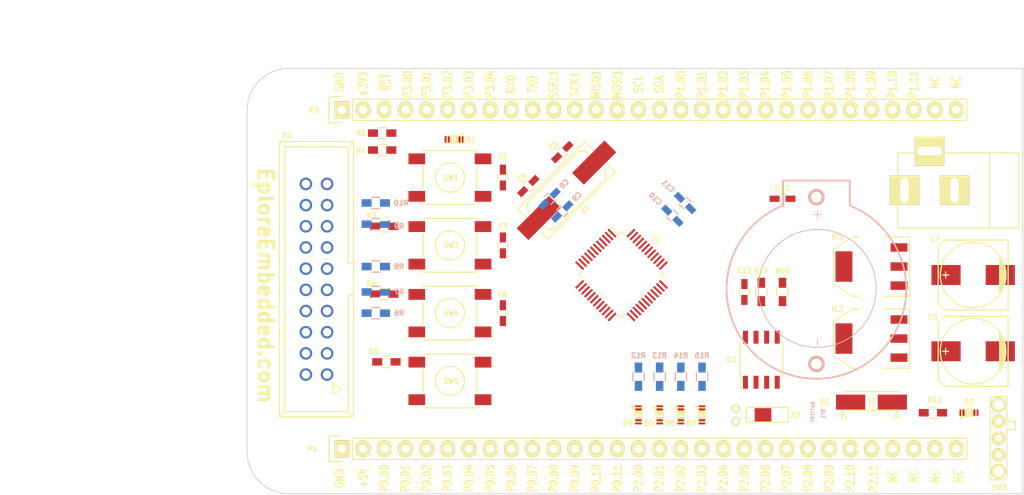
<source format=kicad_pcb>
(kicad_pcb (version 4) (host pcbnew "(2015-01-16 BZR 5376)-product")

  (general
    (links 172)
    (no_connects 172)
    (area 74.949999 55.949999 168.050001 107.050001)
    (thickness 1.6)
    (drawings 71)
    (tracks 0)
    (zones 0)
    (modules 53)
    (nets 74)
  )

  (page A4)
  (layers
    (0 F.Cu signal)
    (31 B.Cu signal)
    (32 B.Adhes user)
    (33 F.Adhes user)
    (34 B.Paste user)
    (35 F.Paste user)
    (36 B.SilkS user)
    (37 F.SilkS user)
    (38 B.Mask user)
    (39 F.Mask user)
    (40 Dwgs.User user)
    (41 Cmts.User user)
    (42 Eco1.User user)
    (43 Eco2.User user)
    (44 Edge.Cuts user)
    (45 Margin user)
    (46 B.CrtYd user)
    (47 F.CrtYd user)
    (48 B.Fab user)
    (49 F.Fab user)
  )

  (setup
    (last_trace_width 0.254)
    (trace_clearance 0.254)
    (zone_clearance 0.508)
    (zone_45_only no)
    (trace_min 0.254)
    (segment_width 0.2)
    (edge_width 0.1)
    (via_size 0.889)
    (via_drill 0.635)
    (via_min_size 0.889)
    (via_min_drill 0.508)
    (uvia_size 0.508)
    (uvia_drill 0.127)
    (uvias_allowed no)
    (uvia_min_size 0.508)
    (uvia_min_drill 0.127)
    (pcb_text_width 0.3)
    (pcb_text_size 1.5 1.5)
    (mod_edge_width 0.15)
    (mod_text_size 1 1)
    (mod_text_width 0.15)
    (pad_size 1.5 1.5)
    (pad_drill 0.6)
    (pad_to_mask_clearance 0)
    (aux_axis_origin 0 0)
    (visible_elements FFFFF77F)
    (pcbplotparams
      (layerselection 0x00030_80000001)
      (usegerberextensions false)
      (excludeedgelayer true)
      (linewidth 0.100000)
      (plotframeref false)
      (viasonmask false)
      (mode 1)
      (useauxorigin false)
      (hpglpennumber 1)
      (hpglpenspeed 20)
      (hpglpendiameter 15)
      (hpglpenoverlay 2)
      (psnegative false)
      (psa4output false)
      (plotreference true)
      (plotvalue true)
      (plotinvisibletext false)
      (padsonsilk false)
      (subtractmaskfromsilk false)
      (outputformat 1)
      (mirror false)
      (drillshape 1)
      (scaleselection 1)
      (outputdirectory ""))
  )

  (net 0 "")
  (net 1 "Net-(BT1-Pad1)")
  (net 2 "Net-(BT1-Pad2)")
  (net 3 RESET)
  (net 4 GND)
  (net 5 "Net-(C2-Pad2)")
  (net 6 ISP)
  (net 7 "Net-(C4-Pad2)")
  (net 8 "Net-(C5-Pad1)")
  (net 9 "Net-(C5-Pad2)")
  (net 10 WAKEUP)
  (net 11 +5V)
  (net 12 +3.3VP)
  (net 13 "Net-(CON1-Pad1)")
  (net 14 "Net-(D1-Pad2)")
  (net 15 "Net-(D3-Pad2)")
  (net 16 "Net-(P1-Pad5)")
  (net 17 "Net-(P1-Pad6)")
  (net 18 SCL)
  (net 19 SDA)
  (net 20 "Net-(P1-Pad9)")
  (net 21 "Net-(P1-Pad10)")
  (net 22 "Net-(P1-Pad11)")
  (net 23 SWO)
  (net 24 SWCLK)
  (net 25 "Net-(P1-Pad14)")
  (net 26 P2_0)
  (net 27 P2_1)
  (net 28 P2_2)
  (net 29 P2_3)
  (net 30 "Net-(P1-Pad19)")
  (net 31 "Net-(P1-Pad20)")
  (net 32 P2_6)
  (net 33 P2_7)
  (net 34 P2_8)
  (net 35 P2_9)
  (net 36 P2_10)
  (net 37 P2_11)
  (net 38 "Net-(P1-Pad28)")
  (net 39 "Net-(P1-Pad29)")
  (net 40 "Net-(P1-Pad30)")
  (net 41 "Net-(P2-Pad3)")
  (net 42 "Net-(P2-Pad10)")
  (net 43 "Net-(P2-Pad5)")
  (net 44 SWDIO)
  (net 45 "Net-(P2-Pad11)")
  (net 46 "Net-(P2-Pad17)")
  (net 47 P3_0)
  (net 48 P3_1)
  (net 49 P3_2)
  (net 50 P3_3)
  (net 51 P3_4)
  (net 52 RXD)
  (net 53 TXD)
  (net 54 "Net-(P3-Pad17)")
  (net 55 "Net-(P3-Pad18)")
  (net 56 "Net-(P3-Pad19)")
  (net 57 "Net-(P3-Pad22)")
  (net 58 "Net-(P3-Pad25)")
  (net 59 "Net-(P3-Pad26)")
  (net 60 "Net-(P3-Pad27)")
  (net 61 "Net-(P3-Pad28)")
  (net 62 "Net-(P3-Pad29)")
  (net 63 "Net-(P3-Pad30)")
  (net 64 "Net-(R5-Pad2)")
  (net 65 P3_5)
  (net 66 "Net-(U2-Pad1)")
  (net 67 "Net-(U2-Pad2)")
  (net 68 "Net-(U2-Pad7)")
  (net 69 "Net-(D4-Pad2)")
  (net 70 "Net-(D5-Pad2)")
  (net 71 "Net-(D6-Pad2)")
  (net 72 "Net-(D7-Pad2)")
  (net 73 "Net-(P1-Pad27)")

  (net_class Default "This is the default net class."
    (clearance 0.254)
    (trace_width 0.254)
    (via_dia 0.889)
    (via_drill 0.635)
    (uvia_dia 0.508)
    (uvia_drill 0.127)
    (add_net +3.3VP)
    (add_net +5V)
    (add_net GND)
    (add_net ISP)
    (add_net "Net-(BT1-Pad1)")
    (add_net "Net-(BT1-Pad2)")
    (add_net "Net-(C2-Pad2)")
    (add_net "Net-(C4-Pad2)")
    (add_net "Net-(C5-Pad1)")
    (add_net "Net-(C5-Pad2)")
    (add_net "Net-(CON1-Pad1)")
    (add_net "Net-(D1-Pad2)")
    (add_net "Net-(D3-Pad2)")
    (add_net "Net-(D4-Pad2)")
    (add_net "Net-(D5-Pad2)")
    (add_net "Net-(D6-Pad2)")
    (add_net "Net-(D7-Pad2)")
    (add_net "Net-(P1-Pad10)")
    (add_net "Net-(P1-Pad11)")
    (add_net "Net-(P1-Pad14)")
    (add_net "Net-(P1-Pad19)")
    (add_net "Net-(P1-Pad20)")
    (add_net "Net-(P1-Pad27)")
    (add_net "Net-(P1-Pad28)")
    (add_net "Net-(P1-Pad29)")
    (add_net "Net-(P1-Pad30)")
    (add_net "Net-(P1-Pad5)")
    (add_net "Net-(P1-Pad6)")
    (add_net "Net-(P1-Pad9)")
    (add_net "Net-(P2-Pad10)")
    (add_net "Net-(P2-Pad11)")
    (add_net "Net-(P2-Pad17)")
    (add_net "Net-(P2-Pad3)")
    (add_net "Net-(P2-Pad5)")
    (add_net "Net-(P3-Pad17)")
    (add_net "Net-(P3-Pad18)")
    (add_net "Net-(P3-Pad19)")
    (add_net "Net-(P3-Pad22)")
    (add_net "Net-(P3-Pad25)")
    (add_net "Net-(P3-Pad26)")
    (add_net "Net-(P3-Pad27)")
    (add_net "Net-(P3-Pad28)")
    (add_net "Net-(P3-Pad29)")
    (add_net "Net-(P3-Pad30)")
    (add_net "Net-(R5-Pad2)")
    (add_net "Net-(U2-Pad1)")
    (add_net "Net-(U2-Pad2)")
    (add_net "Net-(U2-Pad7)")
    (add_net P2_0)
    (add_net P2_1)
    (add_net P2_10)
    (add_net P2_11)
    (add_net P2_2)
    (add_net P2_3)
    (add_net P2_6)
    (add_net P2_7)
    (add_net P2_8)
    (add_net P2_9)
    (add_net P3_0)
    (add_net P3_1)
    (add_net P3_2)
    (add_net P3_3)
    (add_net P3_4)
    (add_net P3_5)
    (add_net RESET)
    (add_net RXD)
    (add_net SCL)
    (add_net SDA)
    (add_net SWCLK)
    (add_net SWDIO)
    (add_net SWO)
    (add_net TXD)
    (add_net WAKEUP)
  )

  (module ExploreEmbedded:BATT_rtc_XL (layer B.Cu) (tedit 549FC9EA) (tstamp 55B9A54E)
    (at 143.256 91.44 90)
    (path /55BA1043)
    (attr virtual)
    (fp_text reference BT1 (at -5.969 0.8382 90) (layer B.SilkS)
      (effects (font (size 0.4064 0.4064) (thickness 0.0889)) (justify mirror))
    )
    (fp_text value BATTERY (at -5.7658 -0.4318 90) (layer B.SilkS)
      (effects (font (size 0.4064 0.4064) (thickness 0.0889)) (justify mirror))
    )
    (fp_line (start 18.9992 3.99796) (end 21.99894 3.99796) (layer B.SilkS) (width 0.2032))
    (fp_line (start 21.99894 3.99796) (end 21.99894 -3.99796) (layer B.SilkS) (width 0.2032))
    (fp_line (start 21.99894 -3.99796) (end 18.9992 -3.99796) (layer B.SilkS) (width 0.2032))
    (fp_circle (center 9.05764 0.09906) (end 14.05636 5.09778) (layer B.SilkS) (width 0.1016))
    (fp_arc (start 8.99922 0) (end 18.9992 -3.99796) (angle -316.3) (layer B.SilkS) (width 0.2032))
    (fp_text user + (at 17.9197 0.03302 90) (layer B.SilkS)
      (effects (font (size 1.27 1.27) (thickness 0.0889)) (justify mirror))
    )
    (fp_text user - (at 2.58318 0.03302 90) (layer B.SilkS)
      (effects (font (size 1.27 1.27) (thickness 0.0889)) (justify mirror))
    )
    (pad 1 thru_hole circle (at 19.99996 0 90) (size 1.94818 1.94818) (drill 1.29794) (layers *.Cu *.Mask B.Paste B.SilkS)
      (net 1 "Net-(BT1-Pad1)"))
    (pad 2 thru_hole circle (at 0 0 90) (size 1.94818 1.94818) (drill 1.29794) (layers *.Cu *.Mask B.Paste B.SilkS)
      (net 2 "Net-(BT1-Pad2)"))
  )

  (module Capacitors_SMD:C_0603_HandSoldering (layer F.Cu) (tedit 55B9C63B) (tstamp 55B9A55A)
    (at 105.664 69.088 270)
    (descr "Capacitor SMD 0603, hand soldering")
    (tags "capacitor 0603")
    (path /55B87BB7)
    (attr smd)
    (fp_text reference C1 (at -2.54 0 360) (layer F.SilkS)
      (effects (font (size 0.6 0.6) (thickness 0.15)))
    )
    (fp_text value 0.1uF (at 0 1.9 270) (layer F.Fab) hide
      (effects (font (size 1 1) (thickness 0.15)))
    )
    (fp_line (start -1.85 -0.75) (end 1.85 -0.75) (layer F.CrtYd) (width 0.05))
    (fp_line (start -1.85 0.75) (end 1.85 0.75) (layer F.CrtYd) (width 0.05))
    (fp_line (start -1.85 -0.75) (end -1.85 0.75) (layer F.CrtYd) (width 0.05))
    (fp_line (start 1.85 -0.75) (end 1.85 0.75) (layer F.CrtYd) (width 0.05))
    (fp_line (start -0.35 -0.6) (end 0.35 -0.6) (layer F.SilkS) (width 0.15))
    (fp_line (start 0.35 0.6) (end -0.35 0.6) (layer F.SilkS) (width 0.15))
    (pad 1 smd rect (at -0.95 0 270) (size 1.2 0.75) (layers F.Cu F.Paste F.Mask)
      (net 3 RESET))
    (pad 2 smd rect (at 0.95 0 270) (size 1.2 0.75) (layers F.Cu F.Paste F.Mask)
      (net 4 GND))
    (model Capacitors_SMD.3dshapes/C_0603_HandSoldering.wrl
      (at (xyz 0 0 0))
      (scale (xyz 1 1 1))
      (rotate (xyz 0 0 0))
    )
  )

  (module Capacitors_SMD:C_0603_HandSoldering (layer F.Cu) (tedit 55B9C8CA) (tstamp 55B9A566)
    (at 112.776 66.04 45)
    (descr "Capacitor SMD 0603, hand soldering")
    (tags "capacitor 0603")
    (path /55B8E702)
    (attr smd)
    (fp_text reference C2 (at -0.179605 -1.257236 45) (layer F.SilkS)
      (effects (font (size 0.6 0.6) (thickness 0.15)))
    )
    (fp_text value 22PF (at 0 1.9 45) (layer F.Fab) hide
      (effects (font (size 1 1) (thickness 0.15)))
    )
    (fp_line (start -1.85 -0.75) (end 1.85 -0.75) (layer F.CrtYd) (width 0.05))
    (fp_line (start -1.85 0.75) (end 1.85 0.75) (layer F.CrtYd) (width 0.05))
    (fp_line (start -1.85 -0.75) (end -1.85 0.75) (layer F.CrtYd) (width 0.05))
    (fp_line (start 1.85 -0.75) (end 1.85 0.75) (layer F.CrtYd) (width 0.05))
    (fp_line (start -0.35 -0.6) (end 0.35 -0.6) (layer F.SilkS) (width 0.15))
    (fp_line (start 0.35 0.6) (end -0.35 0.6) (layer F.SilkS) (width 0.15))
    (pad 1 smd rect (at -0.95 0 45) (size 1.2 0.75) (layers F.Cu F.Paste F.Mask)
      (net 4 GND))
    (pad 2 smd rect (at 0.95 0 45) (size 1.2 0.75) (layers F.Cu F.Paste F.Mask)
      (net 5 "Net-(C2-Pad2)"))
    (model Capacitors_SMD.3dshapes/C_0603_HandSoldering.wrl
      (at (xyz 0 0 0))
      (scale (xyz 1 1 1))
      (rotate (xyz 0 0 0))
    )
  )

  (module Capacitors_SMD:C_0603_HandSoldering (layer F.Cu) (tedit 55B9C8BD) (tstamp 55B9A572)
    (at 105.664 77.216 270)
    (descr "Capacitor SMD 0603, hand soldering")
    (tags "capacitor 0603")
    (path /55B88A41)
    (attr smd)
    (fp_text reference C3 (at -2.286 0 360) (layer F.SilkS)
      (effects (font (size 0.6 0.6) (thickness 0.15)))
    )
    (fp_text value 0.1uF (at 0 1.9 270) (layer F.Fab) hide
      (effects (font (size 1 1) (thickness 0.15)))
    )
    (fp_line (start -1.85 -0.75) (end 1.85 -0.75) (layer F.CrtYd) (width 0.05))
    (fp_line (start -1.85 0.75) (end 1.85 0.75) (layer F.CrtYd) (width 0.05))
    (fp_line (start -1.85 -0.75) (end -1.85 0.75) (layer F.CrtYd) (width 0.05))
    (fp_line (start 1.85 -0.75) (end 1.85 0.75) (layer F.CrtYd) (width 0.05))
    (fp_line (start -0.35 -0.6) (end 0.35 -0.6) (layer F.SilkS) (width 0.15))
    (fp_line (start 0.35 0.6) (end -0.35 0.6) (layer F.SilkS) (width 0.15))
    (pad 1 smd rect (at -0.95 0 270) (size 1.2 0.75) (layers F.Cu F.Paste F.Mask)
      (net 6 ISP))
    (pad 2 smd rect (at 0.95 0 270) (size 1.2 0.75) (layers F.Cu F.Paste F.Mask)
      (net 4 GND))
    (model Capacitors_SMD.3dshapes/C_0603_HandSoldering.wrl
      (at (xyz 0 0 0))
      (scale (xyz 1 1 1))
      (rotate (xyz 0 0 0))
    )
  )

  (module Capacitors_SMD:C_0603_HandSoldering (layer F.Cu) (tedit 55B9C8C5) (tstamp 55B9A57E)
    (at 108.712 70.104 225)
    (descr "Capacitor SMD 0603, hand soldering")
    (tags "capacitor 0603")
    (path /55B8E68F)
    (attr smd)
    (fp_text reference C4 (at -0.179605 1.257236 225) (layer F.SilkS)
      (effects (font (size 0.6 0.6) (thickness 0.15)))
    )
    (fp_text value 22PF (at 0 1.9 225) (layer F.Fab) hide
      (effects (font (size 1 1) (thickness 0.15)))
    )
    (fp_line (start -1.85 -0.75) (end 1.85 -0.75) (layer F.CrtYd) (width 0.05))
    (fp_line (start -1.85 0.75) (end 1.85 0.75) (layer F.CrtYd) (width 0.05))
    (fp_line (start -1.85 -0.75) (end -1.85 0.75) (layer F.CrtYd) (width 0.05))
    (fp_line (start 1.85 -0.75) (end 1.85 0.75) (layer F.CrtYd) (width 0.05))
    (fp_line (start -0.35 -0.6) (end 0.35 -0.6) (layer F.SilkS) (width 0.15))
    (fp_line (start 0.35 0.6) (end -0.35 0.6) (layer F.SilkS) (width 0.15))
    (pad 1 smd rect (at -0.95 0 225) (size 1.2 0.75) (layers F.Cu F.Paste F.Mask)
      (net 4 GND))
    (pad 2 smd rect (at 0.95 0 225) (size 1.2 0.75) (layers F.Cu F.Paste F.Mask)
      (net 7 "Net-(C4-Pad2)"))
    (model Capacitors_SMD.3dshapes/C_0603_HandSoldering.wrl
      (at (xyz 0 0 0))
      (scale (xyz 1 1 1))
      (rotate (xyz 0 0 0))
    )
  )

  (module Capacitors_SMD:c_elec_8x10.5 (layer F.Cu) (tedit 55B9CDCF) (tstamp 55B9A593)
    (at 162.052 89.916 180)
    (descr "SMT capacitor, aluminium electrolytic, 8x10.5")
    (path /55B8601B)
    (fp_text reference C5 (at 4.826 4.064 180) (layer F.SilkS)
      (effects (font (size 0.6 0.6) (thickness 0.15)))
    )
    (fp_text value 100uF/25V (at 0 4.826 180) (layer F.Fab) hide
      (effects (font (size 1 1) (thickness 0.15)))
    )
    (fp_line (start -3.81 -1.016) (end -3.81 1.016) (layer F.SilkS) (width 0.15))
    (fp_line (start -3.683 1.397) (end -3.683 -1.397) (layer F.SilkS) (width 0.15))
    (fp_line (start -3.556 -1.651) (end -3.556 1.651) (layer F.SilkS) (width 0.15))
    (fp_line (start -3.429 1.905) (end -3.429 -1.905) (layer F.SilkS) (width 0.15))
    (fp_line (start -3.302 2.032) (end -3.302 -2.032) (layer F.SilkS) (width 0.15))
    (fp_line (start -3.175 -2.286) (end -3.175 2.286) (layer F.SilkS) (width 0.15))
    (fp_circle (center 0 0) (end 3.937 0) (layer F.SilkS) (width 0.15))
    (fp_line (start -4.191 -4.191) (end -4.191 4.191) (layer F.SilkS) (width 0.15))
    (fp_line (start -4.191 4.191) (end 3.429 4.191) (layer F.SilkS) (width 0.15))
    (fp_line (start 3.429 4.191) (end 4.191 3.429) (layer F.SilkS) (width 0.15))
    (fp_line (start 4.191 3.429) (end 4.191 -3.429) (layer F.SilkS) (width 0.15))
    (fp_line (start 4.191 -3.429) (end 3.429 -4.191) (layer F.SilkS) (width 0.15))
    (fp_line (start 3.429 -4.191) (end -4.191 -4.191) (layer F.SilkS) (width 0.15))
    (fp_line (start 3.683 0) (end 2.921 0) (layer F.SilkS) (width 0.15))
    (fp_line (start 3.302 -0.381) (end 3.302 0.381) (layer F.SilkS) (width 0.15))
    (pad 1 smd rect (at 3.2512 0 180) (size 3.50012 2.4003) (layers F.Cu F.Paste F.Mask)
      (net 8 "Net-(C5-Pad1)"))
    (pad 2 smd rect (at -3.2512 0 180) (size 3.50012 2.4003) (layers F.Cu F.Paste F.Mask)
      (net 9 "Net-(C5-Pad2)"))
    (model Capacitors_SMD.3dshapes/c_elec_8x10.5.wrl
      (at (xyz 0 0 0))
      (scale (xyz 1 1 1))
      (rotate (xyz 0 0 0))
    )
  )

  (module Capacitors_SMD:C_0603_HandSoldering (layer F.Cu) (tedit 55B9C8B2) (tstamp 55B9A59F)
    (at 105.664 85.344 270)
    (descr "Capacitor SMD 0603, hand soldering")
    (tags "capacitor 0603")
    (path /55B894F6)
    (attr smd)
    (fp_text reference C6 (at -2.286 0 360) (layer F.SilkS)
      (effects (font (size 0.6 0.6) (thickness 0.15)))
    )
    (fp_text value 0.1uF (at 0 1.9 270) (layer F.Fab) hide
      (effects (font (size 1 1) (thickness 0.15)))
    )
    (fp_line (start -1.85 -0.75) (end 1.85 -0.75) (layer F.CrtYd) (width 0.05))
    (fp_line (start -1.85 0.75) (end 1.85 0.75) (layer F.CrtYd) (width 0.05))
    (fp_line (start -1.85 -0.75) (end -1.85 0.75) (layer F.CrtYd) (width 0.05))
    (fp_line (start 1.85 -0.75) (end 1.85 0.75) (layer F.CrtYd) (width 0.05))
    (fp_line (start -0.35 -0.6) (end 0.35 -0.6) (layer F.SilkS) (width 0.15))
    (fp_line (start 0.35 0.6) (end -0.35 0.6) (layer F.SilkS) (width 0.15))
    (pad 1 smd rect (at -0.95 0 270) (size 1.2 0.75) (layers F.Cu F.Paste F.Mask)
      (net 10 WAKEUP))
    (pad 2 smd rect (at 0.95 0 270) (size 1.2 0.75) (layers F.Cu F.Paste F.Mask)
      (net 4 GND))
    (model Capacitors_SMD.3dshapes/C_0603_HandSoldering.wrl
      (at (xyz 0 0 0))
      (scale (xyz 1 1 1))
      (rotate (xyz 0 0 0))
    )
  )

  (module Capacitors_SMD:c_elec_8x10.5 (layer F.Cu) (tedit 55B9CDC9) (tstamp 55B9A5B4)
    (at 162.052 80.772 180)
    (descr "SMT capacitor, aluminium electrolytic, 8x10.5")
    (path /55B8611E)
    (fp_text reference C7 (at 4.572 4.318 180) (layer F.SilkS)
      (effects (font (size 0.6 0.6) (thickness 0.15)))
    )
    (fp_text value 100uF/25V (at 0 4.826 180) (layer F.Fab) hide
      (effects (font (size 1 1) (thickness 0.15)))
    )
    (fp_line (start -3.81 -1.016) (end -3.81 1.016) (layer F.SilkS) (width 0.15))
    (fp_line (start -3.683 1.397) (end -3.683 -1.397) (layer F.SilkS) (width 0.15))
    (fp_line (start -3.556 -1.651) (end -3.556 1.651) (layer F.SilkS) (width 0.15))
    (fp_line (start -3.429 1.905) (end -3.429 -1.905) (layer F.SilkS) (width 0.15))
    (fp_line (start -3.302 2.032) (end -3.302 -2.032) (layer F.SilkS) (width 0.15))
    (fp_line (start -3.175 -2.286) (end -3.175 2.286) (layer F.SilkS) (width 0.15))
    (fp_circle (center 0 0) (end 3.937 0) (layer F.SilkS) (width 0.15))
    (fp_line (start -4.191 -4.191) (end -4.191 4.191) (layer F.SilkS) (width 0.15))
    (fp_line (start -4.191 4.191) (end 3.429 4.191) (layer F.SilkS) (width 0.15))
    (fp_line (start 3.429 4.191) (end 4.191 3.429) (layer F.SilkS) (width 0.15))
    (fp_line (start 4.191 3.429) (end 4.191 -3.429) (layer F.SilkS) (width 0.15))
    (fp_line (start 4.191 -3.429) (end 3.429 -4.191) (layer F.SilkS) (width 0.15))
    (fp_line (start 3.429 -4.191) (end -4.191 -4.191) (layer F.SilkS) (width 0.15))
    (fp_line (start 3.683 0) (end 2.921 0) (layer F.SilkS) (width 0.15))
    (fp_line (start 3.302 -0.381) (end 3.302 0.381) (layer F.SilkS) (width 0.15))
    (pad 1 smd rect (at 3.2512 0 180) (size 3.50012 2.4003) (layers F.Cu F.Paste F.Mask)
      (net 11 +5V))
    (pad 2 smd rect (at -3.2512 0 180) (size 3.50012 2.4003) (layers F.Cu F.Paste F.Mask)
      (net 9 "Net-(C5-Pad2)"))
    (model Capacitors_SMD.3dshapes/c_elec_8x10.5.wrl
      (at (xyz 0 0 0))
      (scale (xyz 1 1 1))
      (rotate (xyz 0 0 0))
    )
  )

  (module Capacitors_SMD:C_0603_HandSoldering (layer B.Cu) (tedit 55B9C900) (tstamp 55B9A5C0)
    (at 111.252 71.628 45)
    (descr "Capacitor SMD 0603, hand soldering")
    (tags "capacitor 0603")
    (path /55B85F50)
    (attr smd)
    (fp_text reference C8 (at 2.514472 0 45) (layer B.SilkS)
      (effects (font (size 0.6 0.6) (thickness 0.15)) (justify mirror))
    )
    (fp_text value 0.1uF (at 0 -1.9 45) (layer B.Fab) hide
      (effects (font (size 1 1) (thickness 0.15)) (justify mirror))
    )
    (fp_line (start -1.85 0.75) (end 1.85 0.75) (layer B.CrtYd) (width 0.05))
    (fp_line (start -1.85 -0.75) (end 1.85 -0.75) (layer B.CrtYd) (width 0.05))
    (fp_line (start -1.85 0.75) (end -1.85 -0.75) (layer B.CrtYd) (width 0.05))
    (fp_line (start 1.85 0.75) (end 1.85 -0.75) (layer B.CrtYd) (width 0.05))
    (fp_line (start -0.35 0.6) (end 0.35 0.6) (layer B.SilkS) (width 0.15))
    (fp_line (start 0.35 -0.6) (end -0.35 -0.6) (layer B.SilkS) (width 0.15))
    (pad 1 smd rect (at -0.95 0 45) (size 1.2 0.75) (layers B.Cu B.Paste B.Mask)
      (net 12 +3.3VP))
    (pad 2 smd rect (at 0.95 0 45) (size 1.2 0.75) (layers B.Cu B.Paste B.Mask)
      (net 4 GND))
    (model Capacitors_SMD.3dshapes/C_0603_HandSoldering.wrl
      (at (xyz 0 0 0))
      (scale (xyz 1 1 1))
      (rotate (xyz 0 0 0))
    )
  )

  (module Capacitors_SMD:C_0603_HandSoldering (layer B.Cu) (tedit 55B9C905) (tstamp 55B9A5CC)
    (at 112.776 73.152 45)
    (descr "Capacitor SMD 0603, hand soldering")
    (tags "capacitor 0603")
    (path /55B86E1B)
    (attr smd)
    (fp_text reference C9 (at 2.514472 0 45) (layer B.SilkS)
      (effects (font (size 0.6 0.6) (thickness 0.15)) (justify mirror))
    )
    (fp_text value 0.1uF (at 0 -1.9 45) (layer B.Fab) hide
      (effects (font (size 1 1) (thickness 0.15)) (justify mirror))
    )
    (fp_line (start -1.85 0.75) (end 1.85 0.75) (layer B.CrtYd) (width 0.05))
    (fp_line (start -1.85 -0.75) (end 1.85 -0.75) (layer B.CrtYd) (width 0.05))
    (fp_line (start -1.85 0.75) (end -1.85 -0.75) (layer B.CrtYd) (width 0.05))
    (fp_line (start 1.85 0.75) (end 1.85 -0.75) (layer B.CrtYd) (width 0.05))
    (fp_line (start -0.35 0.6) (end 0.35 0.6) (layer B.SilkS) (width 0.15))
    (fp_line (start 0.35 -0.6) (end -0.35 -0.6) (layer B.SilkS) (width 0.15))
    (pad 1 smd rect (at -0.95 0 45) (size 1.2 0.75) (layers B.Cu B.Paste B.Mask)
      (net 12 +3.3VP))
    (pad 2 smd rect (at 0.95 0 45) (size 1.2 0.75) (layers B.Cu B.Paste B.Mask)
      (net 4 GND))
    (model Capacitors_SMD.3dshapes/C_0603_HandSoldering.wrl
      (at (xyz 0 0 0))
      (scale (xyz 1 1 1))
      (rotate (xyz 0 0 0))
    )
  )

  (module Capacitors_SMD:C_0603_HandSoldering (layer B.Cu) (tedit 55B9C929) (tstamp 55B9A5D8)
    (at 125.984 73.66 315)
    (descr "Capacitor SMD 0603, hand soldering")
    (tags "capacitor 0603")
    (path /55B86E45)
    (attr smd)
    (fp_text reference C10 (at -2.873682 0 315) (layer B.SilkS)
      (effects (font (size 0.6 0.6) (thickness 0.15)) (justify mirror))
    )
    (fp_text value 0.1uF (at 0 -1.9 315) (layer B.Fab) hide
      (effects (font (size 1 1) (thickness 0.15)) (justify mirror))
    )
    (fp_line (start -1.85 0.75) (end 1.85 0.75) (layer B.CrtYd) (width 0.05))
    (fp_line (start -1.85 -0.75) (end 1.85 -0.75) (layer B.CrtYd) (width 0.05))
    (fp_line (start -1.85 0.75) (end -1.85 -0.75) (layer B.CrtYd) (width 0.05))
    (fp_line (start 1.85 0.75) (end 1.85 -0.75) (layer B.CrtYd) (width 0.05))
    (fp_line (start -0.35 0.6) (end 0.35 0.6) (layer B.SilkS) (width 0.15))
    (fp_line (start 0.35 -0.6) (end -0.35 -0.6) (layer B.SilkS) (width 0.15))
    (pad 1 smd rect (at -0.95 0 315) (size 1.2 0.75) (layers B.Cu B.Paste B.Mask)
      (net 12 +3.3VP))
    (pad 2 smd rect (at 0.95 0 315) (size 1.2 0.75) (layers B.Cu B.Paste B.Mask)
      (net 4 GND))
    (model Capacitors_SMD.3dshapes/C_0603_HandSoldering.wrl
      (at (xyz 0 0 0))
      (scale (xyz 1 1 1))
      (rotate (xyz 0 0 0))
    )
  )

  (module Capacitors_SMD:C_0603_HandSoldering (layer B.Cu) (tedit 55B9C92E) (tstamp 55B9A5E4)
    (at 127.508 72.136 315)
    (descr "Capacitor SMD 0603, hand soldering")
    (tags "capacitor 0603")
    (path /55B86E6C)
    (attr smd)
    (fp_text reference C11 (at -2.873682 0 315) (layer B.SilkS)
      (effects (font (size 0.6 0.6) (thickness 0.15)) (justify mirror))
    )
    (fp_text value 0.1uF (at 0 -1.9 315) (layer B.Fab) hide
      (effects (font (size 1 1) (thickness 0.15)) (justify mirror))
    )
    (fp_line (start -1.85 0.75) (end 1.85 0.75) (layer B.CrtYd) (width 0.05))
    (fp_line (start -1.85 -0.75) (end 1.85 -0.75) (layer B.CrtYd) (width 0.05))
    (fp_line (start -1.85 0.75) (end -1.85 -0.75) (layer B.CrtYd) (width 0.05))
    (fp_line (start 1.85 0.75) (end 1.85 -0.75) (layer B.CrtYd) (width 0.05))
    (fp_line (start -0.35 0.6) (end 0.35 0.6) (layer B.SilkS) (width 0.15))
    (fp_line (start 0.35 -0.6) (end -0.35 -0.6) (layer B.SilkS) (width 0.15))
    (pad 1 smd rect (at -0.95 0 315) (size 1.2 0.75) (layers B.Cu B.Paste B.Mask)
      (net 12 +3.3VP))
    (pad 2 smd rect (at 0.95 0 315) (size 1.2 0.75) (layers B.Cu B.Paste B.Mask)
      (net 4 GND))
    (model Capacitors_SMD.3dshapes/C_0603_HandSoldering.wrl
      (at (xyz 0 0 0))
      (scale (xyz 1 1 1))
      (rotate (xyz 0 0 0))
    )
  )

  (module Capacitors_SMD:C_0603_HandSoldering (layer F.Cu) (tedit 55B9C72B) (tstamp 55B9A5F0)
    (at 134.62 82.804 270)
    (descr "Capacitor SMD 0603, hand soldering")
    (tags "capacitor 0603")
    (path /55BA21B6)
    (attr smd)
    (fp_text reference C12 (at -2.54 0 360) (layer F.SilkS)
      (effects (font (size 0.6 0.6) (thickness 0.15)))
    )
    (fp_text value 0.1uF (at 0 1.9 270) (layer F.Fab) hide
      (effects (font (size 1 1) (thickness 0.15)))
    )
    (fp_line (start -1.85 -0.75) (end 1.85 -0.75) (layer F.CrtYd) (width 0.05))
    (fp_line (start -1.85 0.75) (end 1.85 0.75) (layer F.CrtYd) (width 0.05))
    (fp_line (start -1.85 -0.75) (end -1.85 0.75) (layer F.CrtYd) (width 0.05))
    (fp_line (start 1.85 -0.75) (end 1.85 0.75) (layer F.CrtYd) (width 0.05))
    (fp_line (start -0.35 -0.6) (end 0.35 -0.6) (layer F.SilkS) (width 0.15))
    (fp_line (start 0.35 0.6) (end -0.35 0.6) (layer F.SilkS) (width 0.15))
    (pad 1 smd rect (at -0.95 0 270) (size 1.2 0.75) (layers F.Cu F.Paste F.Mask)
      (net 4 GND))
    (pad 2 smd rect (at 0.95 0 270) (size 1.2 0.75) (layers F.Cu F.Paste F.Mask)
      (net 11 +5V))
    (model Capacitors_SMD.3dshapes/C_0603_HandSoldering.wrl
      (at (xyz 0 0 0))
      (scale (xyz 1 1 1))
      (rotate (xyz 0 0 0))
    )
  )

  (module Capacitors_SMD:C_0603_HandSoldering (layer F.Cu) (tedit 55B9CA47) (tstamp 55B9A5FC)
    (at 139.192 71.628)
    (descr "Capacitor SMD 0603, hand soldering")
    (tags "capacitor 0603")
    (path /55BA2996)
    (attr smd)
    (fp_text reference C13 (at 0 -1.27) (layer F.SilkS)
      (effects (font (size 0.6 0.6) (thickness 0.15)))
    )
    (fp_text value 0.1uF (at 0 1.9) (layer F.Fab) hide
      (effects (font (size 1 1) (thickness 0.15)))
    )
    (fp_line (start -1.85 -0.75) (end 1.85 -0.75) (layer F.CrtYd) (width 0.05))
    (fp_line (start -1.85 0.75) (end 1.85 0.75) (layer F.CrtYd) (width 0.05))
    (fp_line (start -1.85 -0.75) (end -1.85 0.75) (layer F.CrtYd) (width 0.05))
    (fp_line (start 1.85 -0.75) (end 1.85 0.75) (layer F.CrtYd) (width 0.05))
    (fp_line (start -0.35 -0.6) (end 0.35 -0.6) (layer F.SilkS) (width 0.15))
    (fp_line (start 0.35 0.6) (end -0.35 0.6) (layer F.SilkS) (width 0.15))
    (pad 1 smd rect (at -0.95 0) (size 1.2 0.75) (layers F.Cu F.Paste F.Mask)
      (net 2 "Net-(BT1-Pad2)"))
    (pad 2 smd rect (at 0.95 0) (size 1.2 0.75) (layers F.Cu F.Paste F.Mask)
      (net 1 "Net-(BT1-Pad1)"))
    (model Capacitors_SMD.3dshapes/C_0603_HandSoldering.wrl
      (at (xyz 0 0 0))
      (scale (xyz 1 1 1))
      (rotate (xyz 0 0 0))
    )
  )

  (module Connect:BARREL_JACK (layer F.Cu) (tedit 55B9C6E2) (tstamp 55B9A608)
    (at 160.02 70.612 180)
    (descr "DC Barrel Jack")
    (tags "Power Jack")
    (path /55B85DE1)
    (fp_text reference CON1 (at 10.09904 0 270) (layer F.SilkS) hide
      (effects (font (size 1 1) (thickness 0.15)))
    )
    (fp_text value BARREL_JACK (at 0 -5.99948 180) (layer F.Fab) hide
      (effects (font (size 1 1) (thickness 0.15)))
    )
    (fp_line (start -4.0005 -4.50088) (end -4.0005 4.50088) (layer F.SilkS) (width 0.15))
    (fp_line (start -7.50062 -4.50088) (end -7.50062 4.50088) (layer F.SilkS) (width 0.15))
    (fp_line (start -7.50062 4.50088) (end 7.00024 4.50088) (layer F.SilkS) (width 0.15))
    (fp_line (start 7.00024 4.50088) (end 7.00024 -4.50088) (layer F.SilkS) (width 0.15))
    (fp_line (start 7.00024 -4.50088) (end -7.50062 -4.50088) (layer F.SilkS) (width 0.15))
    (pad 1 thru_hole rect (at 6.20014 0 180) (size 3.50012 3.50012) (drill oval 1.00076 2.99974) (layers *.Cu *.Mask F.SilkS)
      (net 13 "Net-(CON1-Pad1)"))
    (pad 2 thru_hole rect (at 0.20066 0 180) (size 3.50012 3.50012) (drill oval 1.00076 2.99974) (layers *.Cu *.Mask F.SilkS)
      (net 9 "Net-(C5-Pad2)"))
    (pad 3 thru_hole rect (at 3.2004 4.699 180) (size 3.50012 3.50012) (drill oval 2.99974 1.00076) (layers *.Cu *.Mask F.SilkS)
      (net 9 "Net-(C5-Pad2)"))
  )

  (module ExploreEmbedded:LED-0603_NEW (layer F.Cu) (tedit 55B9CA2D) (tstamp 55B9A626)
    (at 99.822 64.516)
    (descr "LED 0603 smd package")
    (tags "LED led 0603 SMD smd SMT smt smdled SMDLED smtled SMTLED")
    (path /55B87EA0)
    (attr smd)
    (fp_text reference D1 (at 2.032 0) (layer F.SilkS)
      (effects (font (size 0.6 0.6) (thickness 0.15)))
    )
    (fp_text value LED (at -0.004144 1.514001) (layer F.SilkS) hide
      (effects (font (size 1 1) (thickness 0.15)))
    )
    (fp_line (start 1.2 -0.4) (end 1.2 0.4) (layer F.SilkS) (width 0.15))
    (fp_circle (center 0.9 -0.6) (end 1 -0.7) (layer F.SilkS) (width 0.15))
    (fp_line (start 0.44958 -0.44958) (end 0.44958 0.44958) (layer F.SilkS) (width 0.15))
    (fp_line (start 0.44958 0.44958) (end 0.84836 0.44958) (layer F.SilkS) (width 0.15))
    (fp_line (start 0.84836 -0.44958) (end 0.84836 0.44958) (layer F.SilkS) (width 0.15))
    (fp_line (start 0.44958 -0.44958) (end 0.84836 -0.44958) (layer F.SilkS) (width 0.15))
    (fp_line (start -0.84836 -0.44958) (end -0.84836 0.44958) (layer F.SilkS) (width 0.15))
    (fp_line (start -0.84836 0.44958) (end -0.44958 0.44958) (layer F.SilkS) (width 0.15))
    (fp_line (start -0.44958 -0.44958) (end -0.44958 0.44958) (layer F.SilkS) (width 0.15))
    (fp_line (start -0.84836 -0.44958) (end -0.44958 -0.44958) (layer F.SilkS) (width 0.15))
    (fp_line (start 0 -0.44958) (end 0 -0.29972) (layer F.SilkS) (width 0.15))
    (fp_line (start 0 -0.29972) (end 0.29972 -0.29972) (layer F.SilkS) (width 0.15))
    (fp_line (start 0.29972 -0.44958) (end 0.29972 -0.29972) (layer F.SilkS) (width 0.15))
    (fp_line (start 0 -0.44958) (end 0.29972 -0.44958) (layer F.SilkS) (width 0.15))
    (fp_line (start 0 0.29972) (end 0 0.44958) (layer F.SilkS) (width 0.15))
    (fp_line (start 0 0.44958) (end 0.29972 0.44958) (layer F.SilkS) (width 0.15))
    (fp_line (start 0.29972 0.29972) (end 0.29972 0.44958) (layer F.SilkS) (width 0.15))
    (fp_line (start 0 0.29972) (end 0.29972 0.29972) (layer F.SilkS) (width 0.15))
    (fp_line (start 0 -0.14986) (end 0 0.14986) (layer F.SilkS) (width 0.15))
    (fp_line (start 0 0.14986) (end 0.29972 0.14986) (layer F.SilkS) (width 0.15))
    (fp_line (start 0.29972 -0.14986) (end 0.29972 0.14986) (layer F.SilkS) (width 0.15))
    (fp_line (start 0 -0.14986) (end 0.29972 -0.14986) (layer F.SilkS) (width 0.15))
    (fp_line (start 0.44958 -0.39878) (end -0.44958 -0.39878) (layer F.SilkS) (width 0.15))
    (fp_line (start 0.44958 0.39878) (end -0.44958 0.39878) (layer F.SilkS) (width 0.15))
    (pad 1 smd rect (at -0.7493 0) (size 0.79756 0.79756) (layers F.Cu F.Paste F.Mask)
      (net 12 +3.3VP))
    (pad 2 smd rect (at 0.7493 0) (size 0.79756 0.79756) (layers F.Cu F.Paste F.Mask)
      (net 14 "Net-(D1-Pad2)"))
  )

  (module ExploreEmbedded:ZenerDiode_SMD (layer F.Cu) (tedit 55B9C6BB) (tstamp 55B9A638)
    (at 149.86 96.012)
    (descr "Diode SMA Handsoldering")
    (tags "Diode SMA Handsoldering")
    (path /55B861BD)
    (attr smd)
    (fp_text reference D2 (at -5.588 0) (layer F.SilkS)
      (effects (font (size 0.6 0.6) (thickness 0.15)))
    )
    (fp_text value IN4148 (at 0.05 4.4) (layer F.Fab) hide
      (effects (font (size 1 1) (thickness 0.15)))
    )
    (fp_line (start -2.794 1.016) (end 2.794 1.016) (layer F.SilkS) (width 0.15))
    (fp_line (start 3.302 -1.27) (end -3.302 -1.27) (layer F.SilkS) (width 0.15))
    (fp_line (start -4.5 -2) (end 4.5 -2) (layer F.CrtYd) (width 0.05))
    (fp_line (start 4.5 -2) (end 4.5 2) (layer F.CrtYd) (width 0.05))
    (fp_line (start 4.5 2) (end -4.5 2) (layer F.CrtYd) (width 0.05))
    (fp_line (start -4.5 2) (end -4.5 -2) (layer F.CrtYd) (width 0.05))
    (fp_line (start -0.25 0) (end 0.3 -0.45) (layer F.SilkS) (width 0.15))
    (fp_line (start 0.3 -0.45) (end 0.3 0.45) (layer F.SilkS) (width 0.15))
    (fp_line (start 0.3 0.45) (end -0.25 0) (layer F.SilkS) (width 0.15))
    (fp_line (start -0.25 -0.55) (end -0.25 0.55) (layer F.SilkS) (width 0.15))
    (fp_text user K (at -3.302 1.524) (layer F.SilkS)
      (effects (font (size 1 1) (thickness 0.15)))
    )
    (fp_text user A (at 3.048 1.524) (layer F.SilkS)
      (effects (font (size 1 1) (thickness 0.15)))
    )
    (pad 2 smd rect (at -2.49936 0) (size 3.50012 1.80086) (layers F.Cu F.Paste F.Mask)
      (net 11 +5V))
    (pad 1 smd rect (at 2.49936 0) (size 3.50012 1.80086) (layers F.Cu F.Paste F.Mask)
      (net 12 +3.3VP))
    (model Diodes_SMD.3dshapes/Diode-SMA_Handsoldering.wrl
      (at (xyz 0 0 0))
      (scale (xyz 0.3937 0.3937 0.3937))
      (rotate (xyz 0 0 180))
    )
  )

  (module ExploreEmbedded:LED-0603_NEW (layer F.Cu) (tedit 55B9D745) (tstamp 55B9A656)
    (at 161.544 97.282 180)
    (descr "LED 0603 smd package")
    (tags "LED led 0603 SMD smd SMT smt smdled SMDLED smtled SMTLED")
    (path /55B86242)
    (attr smd)
    (fp_text reference D3 (at 0 1.27 180) (layer F.SilkS)
      (effects (font (size 0.6 0.6) (thickness 0.15)))
    )
    (fp_text value LED (at -0.004144 1.514001 180) (layer F.SilkS) hide
      (effects (font (size 1 1) (thickness 0.15)))
    )
    (fp_line (start 1.2 -0.4) (end 1.2 0.4) (layer F.SilkS) (width 0.15))
    (fp_circle (center 0.9 -0.6) (end 1 -0.7) (layer F.SilkS) (width 0.15))
    (fp_line (start 0.44958 -0.44958) (end 0.44958 0.44958) (layer F.SilkS) (width 0.15))
    (fp_line (start 0.44958 0.44958) (end 0.84836 0.44958) (layer F.SilkS) (width 0.15))
    (fp_line (start 0.84836 -0.44958) (end 0.84836 0.44958) (layer F.SilkS) (width 0.15))
    (fp_line (start 0.44958 -0.44958) (end 0.84836 -0.44958) (layer F.SilkS) (width 0.15))
    (fp_line (start -0.84836 -0.44958) (end -0.84836 0.44958) (layer F.SilkS) (width 0.15))
    (fp_line (start -0.84836 0.44958) (end -0.44958 0.44958) (layer F.SilkS) (width 0.15))
    (fp_line (start -0.44958 -0.44958) (end -0.44958 0.44958) (layer F.SilkS) (width 0.15))
    (fp_line (start -0.84836 -0.44958) (end -0.44958 -0.44958) (layer F.SilkS) (width 0.15))
    (fp_line (start 0 -0.44958) (end 0 -0.29972) (layer F.SilkS) (width 0.15))
    (fp_line (start 0 -0.29972) (end 0.29972 -0.29972) (layer F.SilkS) (width 0.15))
    (fp_line (start 0.29972 -0.44958) (end 0.29972 -0.29972) (layer F.SilkS) (width 0.15))
    (fp_line (start 0 -0.44958) (end 0.29972 -0.44958) (layer F.SilkS) (width 0.15))
    (fp_line (start 0 0.29972) (end 0 0.44958) (layer F.SilkS) (width 0.15))
    (fp_line (start 0 0.44958) (end 0.29972 0.44958) (layer F.SilkS) (width 0.15))
    (fp_line (start 0.29972 0.29972) (end 0.29972 0.44958) (layer F.SilkS) (width 0.15))
    (fp_line (start 0 0.29972) (end 0.29972 0.29972) (layer F.SilkS) (width 0.15))
    (fp_line (start 0 -0.14986) (end 0 0.14986) (layer F.SilkS) (width 0.15))
    (fp_line (start 0 0.14986) (end 0.29972 0.14986) (layer F.SilkS) (width 0.15))
    (fp_line (start 0.29972 -0.14986) (end 0.29972 0.14986) (layer F.SilkS) (width 0.15))
    (fp_line (start 0 -0.14986) (end 0.29972 -0.14986) (layer F.SilkS) (width 0.15))
    (fp_line (start 0.44958 -0.39878) (end -0.44958 -0.39878) (layer F.SilkS) (width 0.15))
    (fp_line (start 0.44958 0.39878) (end -0.44958 0.39878) (layer F.SilkS) (width 0.15))
    (pad 1 smd rect (at -0.7493 0 180) (size 0.79756 0.79756) (layers F.Cu F.Paste F.Mask)
      (net 12 +3.3VP))
    (pad 2 smd rect (at 0.7493 0 180) (size 0.79756 0.79756) (layers F.Cu F.Paste F.Mask)
      (net 15 "Net-(D3-Pad2)"))
  )

  (module ExploreEmbedded:LED-0603_NEW (layer F.Cu) (tedit 55B9C78F) (tstamp 55B9A674)
    (at 121.92 97.536 90)
    (descr "LED 0603 smd package")
    (tags "LED led 0603 SMD smd SMT smt smdled SMDLED smtled SMTLED")
    (path /55BAC385)
    (attr smd)
    (fp_text reference D4 (at -1.016 -1.27 180) (layer F.SilkS)
      (effects (font (size 0.6 0.6) (thickness 0.15)))
    )
    (fp_text value LED (at -0.004144 1.514001 90) (layer F.SilkS) hide
      (effects (font (size 1 1) (thickness 0.15)))
    )
    (fp_line (start 1.2 -0.4) (end 1.2 0.4) (layer F.SilkS) (width 0.15))
    (fp_circle (center 0.9 -0.6) (end 1 -0.7) (layer F.SilkS) (width 0.15))
    (fp_line (start 0.44958 -0.44958) (end 0.44958 0.44958) (layer F.SilkS) (width 0.15))
    (fp_line (start 0.44958 0.44958) (end 0.84836 0.44958) (layer F.SilkS) (width 0.15))
    (fp_line (start 0.84836 -0.44958) (end 0.84836 0.44958) (layer F.SilkS) (width 0.15))
    (fp_line (start 0.44958 -0.44958) (end 0.84836 -0.44958) (layer F.SilkS) (width 0.15))
    (fp_line (start -0.84836 -0.44958) (end -0.84836 0.44958) (layer F.SilkS) (width 0.15))
    (fp_line (start -0.84836 0.44958) (end -0.44958 0.44958) (layer F.SilkS) (width 0.15))
    (fp_line (start -0.44958 -0.44958) (end -0.44958 0.44958) (layer F.SilkS) (width 0.15))
    (fp_line (start -0.84836 -0.44958) (end -0.44958 -0.44958) (layer F.SilkS) (width 0.15))
    (fp_line (start 0 -0.44958) (end 0 -0.29972) (layer F.SilkS) (width 0.15))
    (fp_line (start 0 -0.29972) (end 0.29972 -0.29972) (layer F.SilkS) (width 0.15))
    (fp_line (start 0.29972 -0.44958) (end 0.29972 -0.29972) (layer F.SilkS) (width 0.15))
    (fp_line (start 0 -0.44958) (end 0.29972 -0.44958) (layer F.SilkS) (width 0.15))
    (fp_line (start 0 0.29972) (end 0 0.44958) (layer F.SilkS) (width 0.15))
    (fp_line (start 0 0.44958) (end 0.29972 0.44958) (layer F.SilkS) (width 0.15))
    (fp_line (start 0.29972 0.29972) (end 0.29972 0.44958) (layer F.SilkS) (width 0.15))
    (fp_line (start 0 0.29972) (end 0.29972 0.29972) (layer F.SilkS) (width 0.15))
    (fp_line (start 0 -0.14986) (end 0 0.14986) (layer F.SilkS) (width 0.15))
    (fp_line (start 0 0.14986) (end 0.29972 0.14986) (layer F.SilkS) (width 0.15))
    (fp_line (start 0.29972 -0.14986) (end 0.29972 0.14986) (layer F.SilkS) (width 0.15))
    (fp_line (start 0 -0.14986) (end 0.29972 -0.14986) (layer F.SilkS) (width 0.15))
    (fp_line (start 0.44958 -0.39878) (end -0.44958 -0.39878) (layer F.SilkS) (width 0.15))
    (fp_line (start 0.44958 0.39878) (end -0.44958 0.39878) (layer F.SilkS) (width 0.15))
    (pad 1 smd rect (at -0.7493 0 90) (size 0.79756 0.79756) (layers F.Cu F.Paste F.Mask)
      (net 26 P2_0))
    (pad 2 smd rect (at 0.7493 0 90) (size 0.79756 0.79756) (layers F.Cu F.Paste F.Mask)
      (net 69 "Net-(D4-Pad2)"))
  )

  (module ExploreEmbedded:LED-0603_NEW (layer F.Cu) (tedit 55B9C794) (tstamp 55B9A692)
    (at 124.46 97.536 90)
    (descr "LED 0603 smd package")
    (tags "LED led 0603 SMD smd SMT smt smdled SMDLED smtled SMTLED")
    (path /55BAC54A)
    (attr smd)
    (fp_text reference D5 (at -1.016 -1.27 180) (layer F.SilkS)
      (effects (font (size 0.6 0.6) (thickness 0.15)))
    )
    (fp_text value LED (at -0.004144 1.514001 90) (layer F.SilkS) hide
      (effects (font (size 1 1) (thickness 0.15)))
    )
    (fp_line (start 1.2 -0.4) (end 1.2 0.4) (layer F.SilkS) (width 0.15))
    (fp_circle (center 0.9 -0.6) (end 1 -0.7) (layer F.SilkS) (width 0.15))
    (fp_line (start 0.44958 -0.44958) (end 0.44958 0.44958) (layer F.SilkS) (width 0.15))
    (fp_line (start 0.44958 0.44958) (end 0.84836 0.44958) (layer F.SilkS) (width 0.15))
    (fp_line (start 0.84836 -0.44958) (end 0.84836 0.44958) (layer F.SilkS) (width 0.15))
    (fp_line (start 0.44958 -0.44958) (end 0.84836 -0.44958) (layer F.SilkS) (width 0.15))
    (fp_line (start -0.84836 -0.44958) (end -0.84836 0.44958) (layer F.SilkS) (width 0.15))
    (fp_line (start -0.84836 0.44958) (end -0.44958 0.44958) (layer F.SilkS) (width 0.15))
    (fp_line (start -0.44958 -0.44958) (end -0.44958 0.44958) (layer F.SilkS) (width 0.15))
    (fp_line (start -0.84836 -0.44958) (end -0.44958 -0.44958) (layer F.SilkS) (width 0.15))
    (fp_line (start 0 -0.44958) (end 0 -0.29972) (layer F.SilkS) (width 0.15))
    (fp_line (start 0 -0.29972) (end 0.29972 -0.29972) (layer F.SilkS) (width 0.15))
    (fp_line (start 0.29972 -0.44958) (end 0.29972 -0.29972) (layer F.SilkS) (width 0.15))
    (fp_line (start 0 -0.44958) (end 0.29972 -0.44958) (layer F.SilkS) (width 0.15))
    (fp_line (start 0 0.29972) (end 0 0.44958) (layer F.SilkS) (width 0.15))
    (fp_line (start 0 0.44958) (end 0.29972 0.44958) (layer F.SilkS) (width 0.15))
    (fp_line (start 0.29972 0.29972) (end 0.29972 0.44958) (layer F.SilkS) (width 0.15))
    (fp_line (start 0 0.29972) (end 0.29972 0.29972) (layer F.SilkS) (width 0.15))
    (fp_line (start 0 -0.14986) (end 0 0.14986) (layer F.SilkS) (width 0.15))
    (fp_line (start 0 0.14986) (end 0.29972 0.14986) (layer F.SilkS) (width 0.15))
    (fp_line (start 0.29972 -0.14986) (end 0.29972 0.14986) (layer F.SilkS) (width 0.15))
    (fp_line (start 0 -0.14986) (end 0.29972 -0.14986) (layer F.SilkS) (width 0.15))
    (fp_line (start 0.44958 -0.39878) (end -0.44958 -0.39878) (layer F.SilkS) (width 0.15))
    (fp_line (start 0.44958 0.39878) (end -0.44958 0.39878) (layer F.SilkS) (width 0.15))
    (pad 1 smd rect (at -0.7493 0 90) (size 0.79756 0.79756) (layers F.Cu F.Paste F.Mask)
      (net 27 P2_1))
    (pad 2 smd rect (at 0.7493 0 90) (size 0.79756 0.79756) (layers F.Cu F.Paste F.Mask)
      (net 70 "Net-(D5-Pad2)"))
  )

  (module ExploreEmbedded:LED-0603_NEW (layer F.Cu) (tedit 55B9C79B) (tstamp 55B9A6B0)
    (at 127 97.536 90)
    (descr "LED 0603 smd package")
    (tags "LED led 0603 SMD smd SMT smt smdled SMDLED smtled SMTLED")
    (path /55BAC682)
    (attr smd)
    (fp_text reference D6 (at -1.016 -1.27 180) (layer F.SilkS)
      (effects (font (size 0.6 0.6) (thickness 0.15)))
    )
    (fp_text value LED (at -0.004144 1.514001 90) (layer F.SilkS) hide
      (effects (font (size 1 1) (thickness 0.15)))
    )
    (fp_line (start 1.2 -0.4) (end 1.2 0.4) (layer F.SilkS) (width 0.15))
    (fp_circle (center 0.9 -0.6) (end 1 -0.7) (layer F.SilkS) (width 0.15))
    (fp_line (start 0.44958 -0.44958) (end 0.44958 0.44958) (layer F.SilkS) (width 0.15))
    (fp_line (start 0.44958 0.44958) (end 0.84836 0.44958) (layer F.SilkS) (width 0.15))
    (fp_line (start 0.84836 -0.44958) (end 0.84836 0.44958) (layer F.SilkS) (width 0.15))
    (fp_line (start 0.44958 -0.44958) (end 0.84836 -0.44958) (layer F.SilkS) (width 0.15))
    (fp_line (start -0.84836 -0.44958) (end -0.84836 0.44958) (layer F.SilkS) (width 0.15))
    (fp_line (start -0.84836 0.44958) (end -0.44958 0.44958) (layer F.SilkS) (width 0.15))
    (fp_line (start -0.44958 -0.44958) (end -0.44958 0.44958) (layer F.SilkS) (width 0.15))
    (fp_line (start -0.84836 -0.44958) (end -0.44958 -0.44958) (layer F.SilkS) (width 0.15))
    (fp_line (start 0 -0.44958) (end 0 -0.29972) (layer F.SilkS) (width 0.15))
    (fp_line (start 0 -0.29972) (end 0.29972 -0.29972) (layer F.SilkS) (width 0.15))
    (fp_line (start 0.29972 -0.44958) (end 0.29972 -0.29972) (layer F.SilkS) (width 0.15))
    (fp_line (start 0 -0.44958) (end 0.29972 -0.44958) (layer F.SilkS) (width 0.15))
    (fp_line (start 0 0.29972) (end 0 0.44958) (layer F.SilkS) (width 0.15))
    (fp_line (start 0 0.44958) (end 0.29972 0.44958) (layer F.SilkS) (width 0.15))
    (fp_line (start 0.29972 0.29972) (end 0.29972 0.44958) (layer F.SilkS) (width 0.15))
    (fp_line (start 0 0.29972) (end 0.29972 0.29972) (layer F.SilkS) (width 0.15))
    (fp_line (start 0 -0.14986) (end 0 0.14986) (layer F.SilkS) (width 0.15))
    (fp_line (start 0 0.14986) (end 0.29972 0.14986) (layer F.SilkS) (width 0.15))
    (fp_line (start 0.29972 -0.14986) (end 0.29972 0.14986) (layer F.SilkS) (width 0.15))
    (fp_line (start 0 -0.14986) (end 0.29972 -0.14986) (layer F.SilkS) (width 0.15))
    (fp_line (start 0.44958 -0.39878) (end -0.44958 -0.39878) (layer F.SilkS) (width 0.15))
    (fp_line (start 0.44958 0.39878) (end -0.44958 0.39878) (layer F.SilkS) (width 0.15))
    (pad 1 smd rect (at -0.7493 0 90) (size 0.79756 0.79756) (layers F.Cu F.Paste F.Mask)
      (net 28 P2_2))
    (pad 2 smd rect (at 0.7493 0 90) (size 0.79756 0.79756) (layers F.Cu F.Paste F.Mask)
      (net 71 "Net-(D6-Pad2)"))
  )

  (module ExploreEmbedded:LED-0603_NEW (layer F.Cu) (tedit 55B9C7A0) (tstamp 55B9A6CE)
    (at 129.54 97.536 90)
    (descr "LED 0603 smd package")
    (tags "LED led 0603 SMD smd SMT smt smdled SMDLED smtled SMTLED")
    (path /55BAC6D9)
    (attr smd)
    (fp_text reference D7 (at -1.016 -1.27 180) (layer F.SilkS)
      (effects (font (size 0.6 0.6) (thickness 0.15)))
    )
    (fp_text value LED (at -0.004144 1.514001 90) (layer F.SilkS) hide
      (effects (font (size 1 1) (thickness 0.15)))
    )
    (fp_line (start 1.2 -0.4) (end 1.2 0.4) (layer F.SilkS) (width 0.15))
    (fp_circle (center 0.9 -0.6) (end 1 -0.7) (layer F.SilkS) (width 0.15))
    (fp_line (start 0.44958 -0.44958) (end 0.44958 0.44958) (layer F.SilkS) (width 0.15))
    (fp_line (start 0.44958 0.44958) (end 0.84836 0.44958) (layer F.SilkS) (width 0.15))
    (fp_line (start 0.84836 -0.44958) (end 0.84836 0.44958) (layer F.SilkS) (width 0.15))
    (fp_line (start 0.44958 -0.44958) (end 0.84836 -0.44958) (layer F.SilkS) (width 0.15))
    (fp_line (start -0.84836 -0.44958) (end -0.84836 0.44958) (layer F.SilkS) (width 0.15))
    (fp_line (start -0.84836 0.44958) (end -0.44958 0.44958) (layer F.SilkS) (width 0.15))
    (fp_line (start -0.44958 -0.44958) (end -0.44958 0.44958) (layer F.SilkS) (width 0.15))
    (fp_line (start -0.84836 -0.44958) (end -0.44958 -0.44958) (layer F.SilkS) (width 0.15))
    (fp_line (start 0 -0.44958) (end 0 -0.29972) (layer F.SilkS) (width 0.15))
    (fp_line (start 0 -0.29972) (end 0.29972 -0.29972) (layer F.SilkS) (width 0.15))
    (fp_line (start 0.29972 -0.44958) (end 0.29972 -0.29972) (layer F.SilkS) (width 0.15))
    (fp_line (start 0 -0.44958) (end 0.29972 -0.44958) (layer F.SilkS) (width 0.15))
    (fp_line (start 0 0.29972) (end 0 0.44958) (layer F.SilkS) (width 0.15))
    (fp_line (start 0 0.44958) (end 0.29972 0.44958) (layer F.SilkS) (width 0.15))
    (fp_line (start 0.29972 0.29972) (end 0.29972 0.44958) (layer F.SilkS) (width 0.15))
    (fp_line (start 0 0.29972) (end 0.29972 0.29972) (layer F.SilkS) (width 0.15))
    (fp_line (start 0 -0.14986) (end 0 0.14986) (layer F.SilkS) (width 0.15))
    (fp_line (start 0 0.14986) (end 0.29972 0.14986) (layer F.SilkS) (width 0.15))
    (fp_line (start 0.29972 -0.14986) (end 0.29972 0.14986) (layer F.SilkS) (width 0.15))
    (fp_line (start 0 -0.14986) (end 0.29972 -0.14986) (layer F.SilkS) (width 0.15))
    (fp_line (start 0.44958 -0.39878) (end -0.44958 -0.39878) (layer F.SilkS) (width 0.15))
    (fp_line (start 0.44958 0.39878) (end -0.44958 0.39878) (layer F.SilkS) (width 0.15))
    (pad 1 smd rect (at -0.7493 0 90) (size 0.79756 0.79756) (layers F.Cu F.Paste F.Mask)
      (net 29 P2_3))
    (pad 2 smd rect (at 0.7493 0 90) (size 0.79756 0.79756) (layers F.Cu F.Paste F.Mask)
      (net 72 "Net-(D7-Pad2)"))
  )

  (module SMD_Packages:SOT-223 (layer F.Cu) (tedit 55B9C766) (tstamp 55B9A6DE)
    (at 149.86 79.756 90)
    (descr "module CMS SOT223 4 pins")
    (tags "CMS SOT")
    (path /55B85F13)
    (attr smd)
    (fp_text reference IC1 (at 3.556 -4.064 180) (layer F.SilkS)
      (effects (font (size 0.6 0.6) (thickness 0.15)))
    )
    (fp_text value LM1117 (at 0 0.762 90) (layer F.Fab) hide
      (effects (font (size 1 1) (thickness 0.15)))
    )
    (fp_line (start -3.556 1.524) (end -3.556 4.572) (layer F.SilkS) (width 0.15))
    (fp_line (start -3.556 4.572) (end 3.556 4.572) (layer F.SilkS) (width 0.15))
    (fp_line (start 3.556 4.572) (end 3.556 1.524) (layer F.SilkS) (width 0.15))
    (fp_line (start -3.556 -1.524) (end -3.556 -2.286) (layer F.SilkS) (width 0.15))
    (fp_line (start -3.556 -2.286) (end -2.032 -4.572) (layer F.SilkS) (width 0.15))
    (fp_line (start -2.032 -4.572) (end 2.032 -4.572) (layer F.SilkS) (width 0.15))
    (fp_line (start 2.032 -4.572) (end 3.556 -2.286) (layer F.SilkS) (width 0.15))
    (fp_line (start 3.556 -2.286) (end 3.556 -1.524) (layer F.SilkS) (width 0.15))
    (pad 4 smd rect (at 0 -3.302 90) (size 3.6576 2.032) (layers F.Cu F.Paste F.Mask)
      (net 11 +5V))
    (pad 2 smd rect (at 0 3.302 90) (size 1.016 2.032) (layers F.Cu F.Paste F.Mask)
      (net 11 +5V))
    (pad 3 smd rect (at 2.286 3.302 90) (size 1.016 2.032) (layers F.Cu F.Paste F.Mask)
      (net 8 "Net-(C5-Pad1)"))
    (pad 1 smd rect (at -2.286 3.302 90) (size 1.016 2.032) (layers F.Cu F.Paste F.Mask)
      (net 9 "Net-(C5-Pad2)"))
    (model SMD_Packages.3dshapes/SOT-223.wrl
      (at (xyz 0 0 0))
      (scale (xyz 0.4 0.4 0.4))
      (rotate (xyz 0 0 0))
    )
  )

  (module SMD_Packages:SOT-223 (layer F.Cu) (tedit 55B9C760) (tstamp 55B9A6EE)
    (at 149.86 88.392 90)
    (descr "module CMS SOT223 4 pins")
    (tags "CMS SOT")
    (path /55B8614D)
    (attr smd)
    (fp_text reference IC2 (at 3.556 -4.064 180) (layer F.SilkS)
      (effects (font (size 0.6 0.6) (thickness 0.15)))
    )
    (fp_text value LM1117 (at 0 0.762 90) (layer F.Fab) hide
      (effects (font (size 1 1) (thickness 0.15)))
    )
    (fp_line (start -3.556 1.524) (end -3.556 4.572) (layer F.SilkS) (width 0.15))
    (fp_line (start -3.556 4.572) (end 3.556 4.572) (layer F.SilkS) (width 0.15))
    (fp_line (start 3.556 4.572) (end 3.556 1.524) (layer F.SilkS) (width 0.15))
    (fp_line (start -3.556 -1.524) (end -3.556 -2.286) (layer F.SilkS) (width 0.15))
    (fp_line (start -3.556 -2.286) (end -2.032 -4.572) (layer F.SilkS) (width 0.15))
    (fp_line (start -2.032 -4.572) (end 2.032 -4.572) (layer F.SilkS) (width 0.15))
    (fp_line (start 2.032 -4.572) (end 3.556 -2.286) (layer F.SilkS) (width 0.15))
    (fp_line (start 3.556 -2.286) (end 3.556 -1.524) (layer F.SilkS) (width 0.15))
    (pad 4 smd rect (at 0 -3.302 90) (size 3.6576 2.032) (layers F.Cu F.Paste F.Mask)
      (net 12 +3.3VP))
    (pad 2 smd rect (at 0 3.302 90) (size 1.016 2.032) (layers F.Cu F.Paste F.Mask)
      (net 12 +3.3VP))
    (pad 3 smd rect (at 2.286 3.302 90) (size 1.016 2.032) (layers F.Cu F.Paste F.Mask)
      (net 11 +5V))
    (pad 1 smd rect (at -2.286 3.302 90) (size 1.016 2.032) (layers F.Cu F.Paste F.Mask)
      (net 9 "Net-(C5-Pad2)"))
    (model SMD_Packages.3dshapes/SOT-223.wrl
      (at (xyz 0 0 0))
      (scale (xyz 0.4 0.4 0.4))
      (rotate (xyz 0 0 0))
    )
  )

  (module Pin_Headers:Pin_Header_Straight_1x30 locked (layer F.Cu) (tedit 55B9C65B) (tstamp 55B9A71B)
    (at 86.36 101.6 90)
    (descr "Through hole pin header")
    (tags "pin header")
    (path /55B99FDC)
    (fp_text reference P1 (at 0 -3.556 180) (layer F.SilkS)
      (effects (font (size 0.6 0.6) (thickness 0.15)))
    )
    (fp_text value CONN_01X30 (at 0 -3.1 90) (layer F.Fab) hide
      (effects (font (size 1 1) (thickness 0.15)))
    )
    (fp_line (start -1.75 -1.75) (end -1.75 75.45) (layer F.CrtYd) (width 0.05))
    (fp_line (start 1.75 -1.75) (end 1.75 75.45) (layer F.CrtYd) (width 0.05))
    (fp_line (start -1.75 -1.75) (end 1.75 -1.75) (layer F.CrtYd) (width 0.05))
    (fp_line (start -1.75 75.45) (end 1.75 75.45) (layer F.CrtYd) (width 0.05))
    (fp_line (start -1.27 1.27) (end -1.27 74.93) (layer F.SilkS) (width 0.15))
    (fp_line (start -1.27 74.93) (end 1.27 74.93) (layer F.SilkS) (width 0.15))
    (fp_line (start 1.27 74.93) (end 1.27 1.27) (layer F.SilkS) (width 0.15))
    (fp_line (start 1.55 -1.55) (end 1.55 0) (layer F.SilkS) (width 0.15))
    (fp_line (start 1.27 1.27) (end -1.27 1.27) (layer F.SilkS) (width 0.15))
    (fp_line (start -1.55 0) (end -1.55 -1.55) (layer F.SilkS) (width 0.15))
    (fp_line (start -1.55 -1.55) (end 1.55 -1.55) (layer F.SilkS) (width 0.15))
    (pad 1 thru_hole rect (at 0 0 90) (size 2.032 1.7272) (drill 1.016) (layers *.Cu *.Mask F.SilkS)
      (net 4 GND))
    (pad 2 thru_hole oval (at 0 2.54 90) (size 2.032 1.7272) (drill 1.016) (layers *.Cu *.Mask F.SilkS)
      (net 11 +5V))
    (pad 3 thru_hole oval (at 0 5.08 90) (size 2.032 1.7272) (drill 1.016) (layers *.Cu *.Mask F.SilkS)
      (net 3 RESET))
    (pad 4 thru_hole oval (at 0 7.62 90) (size 2.032 1.7272) (drill 1.016) (layers *.Cu *.Mask F.SilkS)
      (net 6 ISP))
    (pad 5 thru_hole oval (at 0 10.16 90) (size 2.032 1.7272) (drill 1.016) (layers *.Cu *.Mask F.SilkS)
      (net 16 "Net-(P1-Pad5)"))
    (pad 6 thru_hole oval (at 0 12.7 90) (size 2.032 1.7272) (drill 1.016) (layers *.Cu *.Mask F.SilkS)
      (net 17 "Net-(P1-Pad6)"))
    (pad 7 thru_hole oval (at 0 15.24 90) (size 2.032 1.7272) (drill 1.016) (layers *.Cu *.Mask F.SilkS)
      (net 18 SCL))
    (pad 8 thru_hole oval (at 0 17.78 90) (size 2.032 1.7272) (drill 1.016) (layers *.Cu *.Mask F.SilkS)
      (net 19 SDA))
    (pad 9 thru_hole oval (at 0 20.32 90) (size 2.032 1.7272) (drill 1.016) (layers *.Cu *.Mask F.SilkS)
      (net 20 "Net-(P1-Pad9)"))
    (pad 10 thru_hole oval (at 0 22.86 90) (size 2.032 1.7272) (drill 1.016) (layers *.Cu *.Mask F.SilkS)
      (net 21 "Net-(P1-Pad10)"))
    (pad 11 thru_hole oval (at 0 25.4 90) (size 2.032 1.7272) (drill 1.016) (layers *.Cu *.Mask F.SilkS)
      (net 22 "Net-(P1-Pad11)"))
    (pad 12 thru_hole oval (at 0 27.94 90) (size 2.032 1.7272) (drill 1.016) (layers *.Cu *.Mask F.SilkS)
      (net 23 SWO))
    (pad 13 thru_hole oval (at 0 30.48 90) (size 2.032 1.7272) (drill 1.016) (layers *.Cu *.Mask F.SilkS)
      (net 24 SWCLK))
    (pad 14 thru_hole oval (at 0 33.02 90) (size 2.032 1.7272) (drill 1.016) (layers *.Cu *.Mask F.SilkS)
      (net 25 "Net-(P1-Pad14)"))
    (pad 15 thru_hole oval (at 0 35.56 90) (size 2.032 1.7272) (drill 1.016) (layers *.Cu *.Mask F.SilkS)
      (net 26 P2_0))
    (pad 16 thru_hole oval (at 0 38.1 90) (size 2.032 1.7272) (drill 1.016) (layers *.Cu *.Mask F.SilkS)
      (net 27 P2_1))
    (pad 17 thru_hole oval (at 0 40.64 90) (size 2.032 1.7272) (drill 1.016) (layers *.Cu *.Mask F.SilkS)
      (net 28 P2_2))
    (pad 18 thru_hole oval (at 0 43.18 90) (size 2.032 1.7272) (drill 1.016) (layers *.Cu *.Mask F.SilkS)
      (net 29 P2_3))
    (pad 19 thru_hole oval (at 0 45.72 90) (size 2.032 1.7272) (drill 1.016) (layers *.Cu *.Mask F.SilkS)
      (net 30 "Net-(P1-Pad19)"))
    (pad 20 thru_hole oval (at 0 48.26 90) (size 2.032 1.7272) (drill 1.016) (layers *.Cu *.Mask F.SilkS)
      (net 31 "Net-(P1-Pad20)"))
    (pad 21 thru_hole oval (at 0 50.8 90) (size 2.032 1.7272) (drill 1.016) (layers *.Cu *.Mask F.SilkS)
      (net 32 P2_6))
    (pad 22 thru_hole oval (at 0 53.34 90) (size 2.032 1.7272) (drill 1.016) (layers *.Cu *.Mask F.SilkS)
      (net 33 P2_7))
    (pad 23 thru_hole oval (at 0 55.88 90) (size 2.032 1.7272) (drill 1.016) (layers *.Cu *.Mask F.SilkS)
      (net 34 P2_8))
    (pad 24 thru_hole oval (at 0 58.42 90) (size 2.032 1.7272) (drill 1.016) (layers *.Cu *.Mask F.SilkS)
      (net 35 P2_9))
    (pad 25 thru_hole oval (at 0 60.96 90) (size 2.032 1.7272) (drill 1.016) (layers *.Cu *.Mask F.SilkS)
      (net 36 P2_10))
    (pad 26 thru_hole oval (at 0 63.5 90) (size 2.032 1.7272) (drill 1.016) (layers *.Cu *.Mask F.SilkS)
      (net 37 P2_11))
    (pad 27 thru_hole oval (at 0 66.04 90) (size 2.032 1.7272) (drill 1.016) (layers *.Cu *.Mask F.SilkS)
      (net 73 "Net-(P1-Pad27)"))
    (pad 28 thru_hole oval (at 0 68.58 90) (size 2.032 1.7272) (drill 1.016) (layers *.Cu *.Mask F.SilkS)
      (net 38 "Net-(P1-Pad28)"))
    (pad 29 thru_hole oval (at 0 71.12 90) (size 2.032 1.7272) (drill 1.016) (layers *.Cu *.Mask F.SilkS)
      (net 39 "Net-(P1-Pad29)"))
    (pad 30 thru_hole oval (at 0 73.66 90) (size 2.032 1.7272) (drill 1.016) (layers *.Cu *.Mask F.SilkS)
      (net 40 "Net-(P1-Pad30)"))
    (model Pin_Headers.3dshapes/Pin_Header_Straight_1x30.wrl
      (at (xyz 0 -1.45 0))
      (scale (xyz 1 1 1))
      (rotate (xyz 0 0 90))
    )
  )

  (module Pin_Headers:Pin_Header_Straight_1x30 locked (layer F.Cu) (tedit 55B9C5F5) (tstamp 55B9A76C)
    (at 86.36 60.96 90)
    (descr "Through hole pin header")
    (tags "pin header")
    (path /55B9A04D)
    (fp_text reference P3 (at -0.04 -3.36 180) (layer F.SilkS)
      (effects (font (size 0.6 0.6) (thickness 0.15)))
    )
    (fp_text value CONN_01X30 (at 0 -3.1 90) (layer F.Fab) hide
      (effects (font (size 1 1) (thickness 0.15)))
    )
    (fp_line (start -1.75 -1.75) (end -1.75 75.45) (layer F.CrtYd) (width 0.05))
    (fp_line (start 1.75 -1.75) (end 1.75 75.45) (layer F.CrtYd) (width 0.05))
    (fp_line (start -1.75 -1.75) (end 1.75 -1.75) (layer F.CrtYd) (width 0.05))
    (fp_line (start -1.75 75.45) (end 1.75 75.45) (layer F.CrtYd) (width 0.05))
    (fp_line (start -1.27 1.27) (end -1.27 74.93) (layer F.SilkS) (width 0.15))
    (fp_line (start -1.27 74.93) (end 1.27 74.93) (layer F.SilkS) (width 0.15))
    (fp_line (start 1.27 74.93) (end 1.27 1.27) (layer F.SilkS) (width 0.15))
    (fp_line (start 1.55 -1.55) (end 1.55 0) (layer F.SilkS) (width 0.15))
    (fp_line (start 1.27 1.27) (end -1.27 1.27) (layer F.SilkS) (width 0.15))
    (fp_line (start -1.55 0) (end -1.55 -1.55) (layer F.SilkS) (width 0.15))
    (fp_line (start -1.55 -1.55) (end 1.55 -1.55) (layer F.SilkS) (width 0.15))
    (pad 1 thru_hole rect (at 0 0 90) (size 2.032 1.7272) (drill 1.016) (layers *.Cu *.Mask F.SilkS)
      (net 4 GND))
    (pad 2 thru_hole oval (at 0 2.54 90) (size 2.032 1.7272) (drill 1.016) (layers *.Cu *.Mask F.SilkS)
      (net 12 +3.3VP))
    (pad 3 thru_hole oval (at 0 5.08 90) (size 2.032 1.7272) (drill 1.016) (layers *.Cu *.Mask F.SilkS)
      (net 3 RESET))
    (pad 4 thru_hole oval (at 0 7.62 90) (size 2.032 1.7272) (drill 1.016) (layers *.Cu *.Mask F.SilkS)
      (net 47 P3_0))
    (pad 5 thru_hole oval (at 0 10.16 90) (size 2.032 1.7272) (drill 1.016) (layers *.Cu *.Mask F.SilkS)
      (net 48 P3_1))
    (pad 6 thru_hole oval (at 0 12.7 90) (size 2.032 1.7272) (drill 1.016) (layers *.Cu *.Mask F.SilkS)
      (net 49 P3_2))
    (pad 7 thru_hole oval (at 0 15.24 90) (size 2.032 1.7272) (drill 1.016) (layers *.Cu *.Mask F.SilkS)
      (net 50 P3_3))
    (pad 8 thru_hole oval (at 0 17.78 90) (size 2.032 1.7272) (drill 1.016) (layers *.Cu *.Mask F.SilkS)
      (net 51 P3_4))
    (pad 9 thru_hole oval (at 0 20.32 90) (size 2.032 1.7272) (drill 1.016) (layers *.Cu *.Mask F.SilkS)
      (net 52 RXD))
    (pad 10 thru_hole oval (at 0 22.86 90) (size 2.032 1.7272) (drill 1.016) (layers *.Cu *.Mask F.SilkS)
      (net 53 TXD))
    (pad 11 thru_hole oval (at 0 25.4 90) (size 2.032 1.7272) (drill 1.016) (layers *.Cu *.Mask F.SilkS)
      (net 26 P2_0))
    (pad 12 thru_hole oval (at 0 27.94 90) (size 2.032 1.7272) (drill 1.016) (layers *.Cu *.Mask F.SilkS)
      (net 27 P2_1))
    (pad 13 thru_hole oval (at 0 30.48 90) (size 2.032 1.7272) (drill 1.016) (layers *.Cu *.Mask F.SilkS)
      (net 28 P2_2))
    (pad 14 thru_hole oval (at 0 33.02 90) (size 2.032 1.7272) (drill 1.016) (layers *.Cu *.Mask F.SilkS)
      (net 29 P2_3))
    (pad 15 thru_hole oval (at 0 35.56 90) (size 2.032 1.7272) (drill 1.016) (layers *.Cu *.Mask F.SilkS)
      (net 18 SCL))
    (pad 16 thru_hole oval (at 0 38.1 90) (size 2.032 1.7272) (drill 1.016) (layers *.Cu *.Mask F.SilkS)
      (net 19 SDA))
    (pad 17 thru_hole oval (at 0 40.64 90) (size 2.032 1.7272) (drill 1.016) (layers *.Cu *.Mask F.SilkS)
      (net 54 "Net-(P3-Pad17)"))
    (pad 18 thru_hole oval (at 0 43.18 90) (size 2.032 1.7272) (drill 1.016) (layers *.Cu *.Mask F.SilkS)
      (net 55 "Net-(P3-Pad18)"))
    (pad 19 thru_hole oval (at 0 45.72 90) (size 2.032 1.7272) (drill 1.016) (layers *.Cu *.Mask F.SilkS)
      (net 56 "Net-(P3-Pad19)"))
    (pad 20 thru_hole oval (at 0 48.26 90) (size 2.032 1.7272) (drill 1.016) (layers *.Cu *.Mask F.SilkS)
      (net 44 SWDIO))
    (pad 21 thru_hole oval (at 0 50.8 90) (size 2.032 1.7272) (drill 1.016) (layers *.Cu *.Mask F.SilkS)
      (net 10 WAKEUP))
    (pad 22 thru_hole oval (at 0 53.34 90) (size 2.032 1.7272) (drill 1.016) (layers *.Cu *.Mask F.SilkS)
      (net 57 "Net-(P3-Pad22)"))
    (pad 23 thru_hole oval (at 0 55.88 90) (size 2.032 1.7272) (drill 1.016) (layers *.Cu *.Mask F.SilkS)
      (net 52 RXD))
    (pad 24 thru_hole oval (at 0 58.42 90) (size 2.032 1.7272) (drill 1.016) (layers *.Cu *.Mask F.SilkS)
      (net 53 TXD))
    (pad 25 thru_hole oval (at 0 60.96 90) (size 2.032 1.7272) (drill 1.016) (layers *.Cu *.Mask F.SilkS)
      (net 58 "Net-(P3-Pad25)"))
    (pad 26 thru_hole oval (at 0 63.5 90) (size 2.032 1.7272) (drill 1.016) (layers *.Cu *.Mask F.SilkS)
      (net 59 "Net-(P3-Pad26)"))
    (pad 27 thru_hole oval (at 0 66.04 90) (size 2.032 1.7272) (drill 1.016) (layers *.Cu *.Mask F.SilkS)
      (net 60 "Net-(P3-Pad27)"))
    (pad 28 thru_hole oval (at 0 68.58 90) (size 2.032 1.7272) (drill 1.016) (layers *.Cu *.Mask F.SilkS)
      (net 61 "Net-(P3-Pad28)"))
    (pad 29 thru_hole oval (at 0 71.12 90) (size 2.032 1.7272) (drill 1.016) (layers *.Cu *.Mask F.SilkS)
      (net 62 "Net-(P3-Pad29)"))
    (pad 30 thru_hole oval (at 0 73.66 90) (size 2.032 1.7272) (drill 1.016) (layers *.Cu *.Mask F.SilkS)
      (net 63 "Net-(P3-Pad30)"))
    (model Pin_Headers.3dshapes/Pin_Header_Straight_1x30.wrl
      (at (xyz 0 -1.45 0))
      (scale (xyz 1 1 1))
      (rotate (xyz 0 0 90))
    )
  )

  (module Resistors_SMD:R_0603_HandSoldering (layer F.Cu) (tedit 55B9CA37) (tstamp 55B9A778)
    (at 91.186 63.754 180)
    (descr "Resistor SMD 0603, hand soldering")
    (tags "resistor 0603")
    (path /55B87E2C)
    (attr smd)
    (fp_text reference R1 (at 2.54 -2.032 180) (layer F.SilkS)
      (effects (font (size 0.6 0.6) (thickness 0.15)))
    )
    (fp_text value 470E (at 0 1.9 180) (layer F.Fab) hide
      (effects (font (size 1 1) (thickness 0.15)))
    )
    (fp_line (start -2 -0.8) (end 2 -0.8) (layer F.CrtYd) (width 0.05))
    (fp_line (start -2 0.8) (end 2 0.8) (layer F.CrtYd) (width 0.05))
    (fp_line (start -2 -0.8) (end -2 0.8) (layer F.CrtYd) (width 0.05))
    (fp_line (start 2 -0.8) (end 2 0.8) (layer F.CrtYd) (width 0.05))
    (fp_line (start 0.5 0.675) (end -0.5 0.675) (layer F.SilkS) (width 0.15))
    (fp_line (start -0.5 -0.675) (end 0.5 -0.675) (layer F.SilkS) (width 0.15))
    (pad 1 smd rect (at -1.1 0 180) (size 1.2 0.9) (layers F.Cu F.Paste F.Mask)
      (net 14 "Net-(D1-Pad2)"))
    (pad 2 smd rect (at 1.1 0 180) (size 1.2 0.9) (layers F.Cu F.Paste F.Mask)
      (net 3 RESET))
    (model Resistors_SMD.3dshapes/R_0603_HandSoldering.wrl
      (at (xyz 0 0 0))
      (scale (xyz 1 1 1))
      (rotate (xyz 0 0 0))
    )
  )

  (module Resistors_SMD:R_0603_HandSoldering (layer F.Cu) (tedit 55B9CA33) (tstamp 55B9A784)
    (at 91.186 65.786)
    (descr "Resistor SMD 0603, hand soldering")
    (tags "resistor 0603")
    (path /55B87D33)
    (attr smd)
    (fp_text reference R2 (at -2.54 -2.032) (layer F.SilkS)
      (effects (font (size 0.6 0.6) (thickness 0.15)))
    )
    (fp_text value 10K (at 0 1.9) (layer F.Fab) hide
      (effects (font (size 1 1) (thickness 0.15)))
    )
    (fp_line (start -2 -0.8) (end 2 -0.8) (layer F.CrtYd) (width 0.05))
    (fp_line (start -2 0.8) (end 2 0.8) (layer F.CrtYd) (width 0.05))
    (fp_line (start -2 -0.8) (end -2 0.8) (layer F.CrtYd) (width 0.05))
    (fp_line (start 2 -0.8) (end 2 0.8) (layer F.CrtYd) (width 0.05))
    (fp_line (start 0.5 0.675) (end -0.5 0.675) (layer F.SilkS) (width 0.15))
    (fp_line (start -0.5 -0.675) (end 0.5 -0.675) (layer F.SilkS) (width 0.15))
    (pad 1 smd rect (at -1.1 0) (size 1.2 0.9) (layers F.Cu F.Paste F.Mask)
      (net 12 +3.3VP))
    (pad 2 smd rect (at 1.1 0) (size 1.2 0.9) (layers F.Cu F.Paste F.Mask)
      (net 3 RESET))
    (model Resistors_SMD.3dshapes/R_0603_HandSoldering.wrl
      (at (xyz 0 0 0))
      (scale (xyz 1 1 1))
      (rotate (xyz 0 0 0))
    )
  )

  (module Resistors_SMD:R_0603_HandSoldering (layer F.Cu) (tedit 55B9C9FC) (tstamp 55B9A790)
    (at 91.44 74.93)
    (descr "Resistor SMD 0603, hand soldering")
    (tags "resistor 0603")
    (path /55B88A9F)
    (attr smd)
    (fp_text reference R3 (at -1.524 -1.27) (layer F.SilkS)
      (effects (font (size 0.6 0.6) (thickness 0.15)))
    )
    (fp_text value 1K (at 0 1.9) (layer F.Fab) hide
      (effects (font (size 1 1) (thickness 0.15)))
    )
    (fp_line (start -2 -0.8) (end 2 -0.8) (layer F.CrtYd) (width 0.05))
    (fp_line (start -2 0.8) (end 2 0.8) (layer F.CrtYd) (width 0.05))
    (fp_line (start -2 -0.8) (end -2 0.8) (layer F.CrtYd) (width 0.05))
    (fp_line (start 2 -0.8) (end 2 0.8) (layer F.CrtYd) (width 0.05))
    (fp_line (start 0.5 0.675) (end -0.5 0.675) (layer F.SilkS) (width 0.15))
    (fp_line (start -0.5 -0.675) (end 0.5 -0.675) (layer F.SilkS) (width 0.15))
    (pad 1 smd rect (at -1.1 0) (size 1.2 0.9) (layers F.Cu F.Paste F.Mask)
      (net 12 +3.3VP))
    (pad 2 smd rect (at 1.1 0) (size 1.2 0.9) (layers F.Cu F.Paste F.Mask)
      (net 6 ISP))
    (model Resistors_SMD.3dshapes/R_0603_HandSoldering.wrl
      (at (xyz 0 0 0))
      (scale (xyz 1 1 1))
      (rotate (xyz 0 0 0))
    )
  )

  (module Resistors_SMD:R_0603_HandSoldering (layer F.Cu) (tedit 55B9C9EB) (tstamp 55B9A79C)
    (at 91.44 83.058)
    (descr "Resistor SMD 0603, hand soldering")
    (tags "resistor 0603")
    (path /55B896B5)
    (attr smd)
    (fp_text reference R4 (at -1.524 -1.27) (layer F.SilkS)
      (effects (font (size 0.6 0.6) (thickness 0.15)))
    )
    (fp_text value 1K (at 0 1.9) (layer F.Fab) hide
      (effects (font (size 1 1) (thickness 0.15)))
    )
    (fp_line (start -2 -0.8) (end 2 -0.8) (layer F.CrtYd) (width 0.05))
    (fp_line (start -2 0.8) (end 2 0.8) (layer F.CrtYd) (width 0.05))
    (fp_line (start -2 -0.8) (end -2 0.8) (layer F.CrtYd) (width 0.05))
    (fp_line (start 2 -0.8) (end 2 0.8) (layer F.CrtYd) (width 0.05))
    (fp_line (start 0.5 0.675) (end -0.5 0.675) (layer F.SilkS) (width 0.15))
    (fp_line (start -0.5 -0.675) (end 0.5 -0.675) (layer F.SilkS) (width 0.15))
    (pad 1 smd rect (at -1.1 0) (size 1.2 0.9) (layers F.Cu F.Paste F.Mask)
      (net 12 +3.3VP))
    (pad 2 smd rect (at 1.1 0) (size 1.2 0.9) (layers F.Cu F.Paste F.Mask)
      (net 10 WAKEUP))
    (model Resistors_SMD.3dshapes/R_0603_HandSoldering.wrl
      (at (xyz 0 0 0))
      (scale (xyz 1 1 1))
      (rotate (xyz 0 0 0))
    )
  )

  (module Resistors_SMD:R_0603_HandSoldering (layer F.Cu) (tedit 55B9C9D2) (tstamp 55B9A7A8)
    (at 91.694 91.186)
    (descr "Resistor SMD 0603, hand soldering")
    (tags "resistor 0603")
    (path /55BAFEFB)
    (attr smd)
    (fp_text reference R5 (at -1.524 -1.27) (layer F.SilkS)
      (effects (font (size 0.6 0.6) (thickness 0.15)))
    )
    (fp_text value 10K (at 0 1.9) (layer F.Fab) hide
      (effects (font (size 1 1) (thickness 0.15)))
    )
    (fp_line (start -2 -0.8) (end 2 -0.8) (layer F.CrtYd) (width 0.05))
    (fp_line (start -2 0.8) (end 2 0.8) (layer F.CrtYd) (width 0.05))
    (fp_line (start -2 -0.8) (end -2 0.8) (layer F.CrtYd) (width 0.05))
    (fp_line (start 2 -0.8) (end 2 0.8) (layer F.CrtYd) (width 0.05))
    (fp_line (start 0.5 0.675) (end -0.5 0.675) (layer F.SilkS) (width 0.15))
    (fp_line (start -0.5 -0.675) (end 0.5 -0.675) (layer F.SilkS) (width 0.15))
    (pad 1 smd rect (at -1.1 0) (size 1.2 0.9) (layers F.Cu F.Paste F.Mask)
      (net 12 +3.3VP))
    (pad 2 smd rect (at 1.1 0) (size 1.2 0.9) (layers F.Cu F.Paste F.Mask)
      (net 64 "Net-(R5-Pad2)"))
    (model Resistors_SMD.3dshapes/R_0603_HandSoldering.wrl
      (at (xyz 0 0 0))
      (scale (xyz 1 1 1))
      (rotate (xyz 0 0 0))
    )
  )

  (module Resistors_SMD:R_0603_HandSoldering (layer B.Cu) (tedit 55B9C9E3) (tstamp 55B9A7B4)
    (at 90.424 85.344)
    (descr "Resistor SMD 0603, hand soldering")
    (tags "resistor 0603")
    (path /55BA626A)
    (attr smd)
    (fp_text reference R6 (at 2.794 0) (layer B.SilkS)
      (effects (font (size 0.6 0.6) (thickness 0.15)) (justify mirror))
    )
    (fp_text value 10K (at 0 -1.9) (layer B.Fab) hide
      (effects (font (size 1 1) (thickness 0.15)) (justify mirror))
    )
    (fp_line (start -2 0.8) (end 2 0.8) (layer B.CrtYd) (width 0.05))
    (fp_line (start -2 -0.8) (end 2 -0.8) (layer B.CrtYd) (width 0.05))
    (fp_line (start -2 0.8) (end -2 -0.8) (layer B.CrtYd) (width 0.05))
    (fp_line (start 2 0.8) (end 2 -0.8) (layer B.CrtYd) (width 0.05))
    (fp_line (start 0.5 -0.675) (end -0.5 -0.675) (layer B.SilkS) (width 0.15))
    (fp_line (start -0.5 0.675) (end 0.5 0.675) (layer B.SilkS) (width 0.15))
    (pad 1 smd rect (at -1.1 0) (size 1.2 0.9) (layers B.Cu B.Paste B.Mask)
      (net 44 SWDIO))
    (pad 2 smd rect (at 1.1 0) (size 1.2 0.9) (layers B.Cu B.Paste B.Mask)
      (net 12 +3.3VP))
    (model Resistors_SMD.3dshapes/R_0603_HandSoldering.wrl
      (at (xyz 0 0 0))
      (scale (xyz 1 1 1))
      (rotate (xyz 0 0 0))
    )
  )

  (module Resistors_SMD:R_0603_HandSoldering (layer B.Cu) (tedit 55B9C9E1) (tstamp 55B9A7C0)
    (at 90.424 82.804)
    (descr "Resistor SMD 0603, hand soldering")
    (tags "resistor 0603")
    (path /55BA6E88)
    (attr smd)
    (fp_text reference R7 (at 2.794 0) (layer B.SilkS)
      (effects (font (size 0.6 0.6) (thickness 0.15)) (justify mirror))
    )
    (fp_text value 10K (at 0 -1.9) (layer B.Fab) hide
      (effects (font (size 1 1) (thickness 0.15)) (justify mirror))
    )
    (fp_line (start -2 0.8) (end 2 0.8) (layer B.CrtYd) (width 0.05))
    (fp_line (start -2 -0.8) (end 2 -0.8) (layer B.CrtYd) (width 0.05))
    (fp_line (start -2 0.8) (end -2 -0.8) (layer B.CrtYd) (width 0.05))
    (fp_line (start 2 0.8) (end 2 -0.8) (layer B.CrtYd) (width 0.05))
    (fp_line (start 0.5 -0.675) (end -0.5 -0.675) (layer B.SilkS) (width 0.15))
    (fp_line (start -0.5 0.675) (end 0.5 0.675) (layer B.SilkS) (width 0.15))
    (pad 1 smd rect (at -1.1 0) (size 1.2 0.9) (layers B.Cu B.Paste B.Mask)
      (net 24 SWCLK))
    (pad 2 smd rect (at 1.1 0) (size 1.2 0.9) (layers B.Cu B.Paste B.Mask)
      (net 4 GND))
    (model Resistors_SMD.3dshapes/R_0603_HandSoldering.wrl
      (at (xyz 0 0 0))
      (scale (xyz 1 1 1))
      (rotate (xyz 0 0 0))
    )
  )

  (module Resistors_SMD:R_0603_HandSoldering (layer B.Cu) (tedit 55B9C9E7) (tstamp 55B9A7CC)
    (at 90.424 79.756)
    (descr "Resistor SMD 0603, hand soldering")
    (tags "resistor 0603")
    (path /55BA6E3B)
    (attr smd)
    (fp_text reference R8 (at 2.794 0) (layer B.SilkS)
      (effects (font (size 0.6 0.6) (thickness 0.15)) (justify mirror))
    )
    (fp_text value 10K (at 0 -1.9) (layer B.Fab) hide
      (effects (font (size 1 1) (thickness 0.15)) (justify mirror))
    )
    (fp_line (start -2 0.8) (end 2 0.8) (layer B.CrtYd) (width 0.05))
    (fp_line (start -2 -0.8) (end 2 -0.8) (layer B.CrtYd) (width 0.05))
    (fp_line (start -2 0.8) (end -2 -0.8) (layer B.CrtYd) (width 0.05))
    (fp_line (start 2 0.8) (end 2 -0.8) (layer B.CrtYd) (width 0.05))
    (fp_line (start 0.5 -0.675) (end -0.5 -0.675) (layer B.SilkS) (width 0.15))
    (fp_line (start -0.5 0.675) (end 0.5 0.675) (layer B.SilkS) (width 0.15))
    (pad 1 smd rect (at -1.1 0) (size 1.2 0.9) (layers B.Cu B.Paste B.Mask)
      (net 45 "Net-(P2-Pad11)"))
    (pad 2 smd rect (at 1.1 0) (size 1.2 0.9) (layers B.Cu B.Paste B.Mask)
      (net 4 GND))
    (model Resistors_SMD.3dshapes/R_0603_HandSoldering.wrl
      (at (xyz 0 0 0))
      (scale (xyz 1 1 1))
      (rotate (xyz 0 0 0))
    )
  )

  (module Resistors_SMD:R_0603_HandSoldering (layer B.Cu) (tedit 55B9C9F0) (tstamp 55B9A7D8)
    (at 90.424 74.676)
    (descr "Resistor SMD 0603, hand soldering")
    (tags "resistor 0603")
    (path /55BA62E2)
    (attr smd)
    (fp_text reference R9 (at 2.794 0.254) (layer B.SilkS)
      (effects (font (size 0.6 0.6) (thickness 0.15)) (justify mirror))
    )
    (fp_text value 10K (at 0 -1.9) (layer B.Fab) hide
      (effects (font (size 1 1) (thickness 0.15)) (justify mirror))
    )
    (fp_line (start -2 0.8) (end 2 0.8) (layer B.CrtYd) (width 0.05))
    (fp_line (start -2 -0.8) (end 2 -0.8) (layer B.CrtYd) (width 0.05))
    (fp_line (start -2 0.8) (end -2 -0.8) (layer B.CrtYd) (width 0.05))
    (fp_line (start 2 0.8) (end 2 -0.8) (layer B.CrtYd) (width 0.05))
    (fp_line (start 0.5 -0.675) (end -0.5 -0.675) (layer B.SilkS) (width 0.15))
    (fp_line (start -0.5 0.675) (end 0.5 0.675) (layer B.SilkS) (width 0.15))
    (pad 1 smd rect (at -1.1 0) (size 1.2 0.9) (layers B.Cu B.Paste B.Mask)
      (net 3 RESET))
    (pad 2 smd rect (at 1.1 0) (size 1.2 0.9) (layers B.Cu B.Paste B.Mask)
      (net 12 +3.3VP))
    (model Resistors_SMD.3dshapes/R_0603_HandSoldering.wrl
      (at (xyz 0 0 0))
      (scale (xyz 1 1 1))
      (rotate (xyz 0 0 0))
    )
  )

  (module Resistors_SMD:R_0603_HandSoldering (layer B.Cu) (tedit 55B9C9F7) (tstamp 55B9A7E4)
    (at 90.424 72.136)
    (descr "Resistor SMD 0603, hand soldering")
    (tags "resistor 0603")
    (path /55BA6CA7)
    (attr smd)
    (fp_text reference R10 (at 3.048 0) (layer B.SilkS)
      (effects (font (size 0.6 0.6) (thickness 0.15)) (justify mirror))
    )
    (fp_text value 10K (at 0 -1.9) (layer B.Fab) hide
      (effects (font (size 1 1) (thickness 0.15)) (justify mirror))
    )
    (fp_line (start -2 0.8) (end 2 0.8) (layer B.CrtYd) (width 0.05))
    (fp_line (start -2 -0.8) (end 2 -0.8) (layer B.CrtYd) (width 0.05))
    (fp_line (start -2 0.8) (end -2 -0.8) (layer B.CrtYd) (width 0.05))
    (fp_line (start 2 0.8) (end 2 -0.8) (layer B.CrtYd) (width 0.05))
    (fp_line (start 0.5 -0.675) (end -0.5 -0.675) (layer B.SilkS) (width 0.15))
    (fp_line (start -0.5 0.675) (end 0.5 0.675) (layer B.SilkS) (width 0.15))
    (pad 1 smd rect (at -1.1 0) (size 1.2 0.9) (layers B.Cu B.Paste B.Mask)
      (net 46 "Net-(P2-Pad17)"))
    (pad 2 smd rect (at 1.1 0) (size 1.2 0.9) (layers B.Cu B.Paste B.Mask)
      (net 4 GND))
    (model Resistors_SMD.3dshapes/R_0603_HandSoldering.wrl
      (at (xyz 0 0 0))
      (scale (xyz 1 1 1))
      (rotate (xyz 0 0 0))
    )
  )

  (module Resistors_SMD:R_0603_HandSoldering (layer F.Cu) (tedit 55B9CB34) (tstamp 55B9A7F0)
    (at 157.226 97.282)
    (descr "Resistor SMD 0603, hand soldering")
    (tags "resistor 0603")
    (path /55B8628B)
    (attr smd)
    (fp_text reference R11 (at 0.254 -1.524) (layer F.SilkS)
      (effects (font (size 0.6 0.6) (thickness 0.15)))
    )
    (fp_text value 470E (at 0 1.9) (layer F.Fab) hide
      (effects (font (size 1 1) (thickness 0.15)))
    )
    (fp_line (start -2 -0.8) (end 2 -0.8) (layer F.CrtYd) (width 0.05))
    (fp_line (start -2 0.8) (end 2 0.8) (layer F.CrtYd) (width 0.05))
    (fp_line (start -2 -0.8) (end -2 0.8) (layer F.CrtYd) (width 0.05))
    (fp_line (start 2 -0.8) (end 2 0.8) (layer F.CrtYd) (width 0.05))
    (fp_line (start 0.5 0.675) (end -0.5 0.675) (layer F.SilkS) (width 0.15))
    (fp_line (start -0.5 -0.675) (end 0.5 -0.675) (layer F.SilkS) (width 0.15))
    (pad 1 smd rect (at -1.1 0) (size 1.2 0.9) (layers F.Cu F.Paste F.Mask)
      (net 15 "Net-(D3-Pad2)"))
    (pad 2 smd rect (at 1.1 0) (size 1.2 0.9) (layers F.Cu F.Paste F.Mask)
      (net 9 "Net-(C5-Pad2)"))
    (model Resistors_SMD.3dshapes/R_0603_HandSoldering.wrl
      (at (xyz 0 0 0))
      (scale (xyz 1 1 1))
      (rotate (xyz 0 0 0))
    )
  )

  (module Resistors_SMD:R_0603_HandSoldering (layer B.Cu) (tedit 55B9C867) (tstamp 55B9A7FC)
    (at 121.92 92.964 270)
    (descr "Resistor SMD 0603, hand soldering")
    (tags "resistor 0603")
    (path /55BAC8C5)
    (attr smd)
    (fp_text reference R12 (at -2.54 0 360) (layer B.SilkS)
      (effects (font (size 0.6 0.6) (thickness 0.15)) (justify mirror))
    )
    (fp_text value 470E (at 0 -1.9 270) (layer B.Fab) hide
      (effects (font (size 1 1) (thickness 0.15)) (justify mirror))
    )
    (fp_line (start -2 0.8) (end 2 0.8) (layer B.CrtYd) (width 0.05))
    (fp_line (start -2 -0.8) (end 2 -0.8) (layer B.CrtYd) (width 0.05))
    (fp_line (start -2 0.8) (end -2 -0.8) (layer B.CrtYd) (width 0.05))
    (fp_line (start 2 0.8) (end 2 -0.8) (layer B.CrtYd) (width 0.05))
    (fp_line (start 0.5 -0.675) (end -0.5 -0.675) (layer B.SilkS) (width 0.15))
    (fp_line (start -0.5 0.675) (end 0.5 0.675) (layer B.SilkS) (width 0.15))
    (pad 1 smd rect (at -1.1 0 270) (size 1.2 0.9) (layers B.Cu B.Paste B.Mask)
      (net 4 GND))
    (pad 2 smd rect (at 1.1 0 270) (size 1.2 0.9) (layers B.Cu B.Paste B.Mask)
      (net 69 "Net-(D4-Pad2)"))
    (model Resistors_SMD.3dshapes/R_0603_HandSoldering.wrl
      (at (xyz 0 0 0))
      (scale (xyz 1 1 1))
      (rotate (xyz 0 0 0))
    )
  )

  (module Resistors_SMD:R_0603_HandSoldering (layer B.Cu) (tedit 55B9C861) (tstamp 55B9A808)
    (at 124.46 92.964 270)
    (descr "Resistor SMD 0603, hand soldering")
    (tags "resistor 0603")
    (path /55BACB03)
    (attr smd)
    (fp_text reference R13 (at -2.54 0 360) (layer B.SilkS)
      (effects (font (size 0.6 0.6) (thickness 0.15)) (justify mirror))
    )
    (fp_text value 470E (at 0 -1.9 270) (layer B.Fab) hide
      (effects (font (size 1 1) (thickness 0.15)) (justify mirror))
    )
    (fp_line (start -2 0.8) (end 2 0.8) (layer B.CrtYd) (width 0.05))
    (fp_line (start -2 -0.8) (end 2 -0.8) (layer B.CrtYd) (width 0.05))
    (fp_line (start -2 0.8) (end -2 -0.8) (layer B.CrtYd) (width 0.05))
    (fp_line (start 2 0.8) (end 2 -0.8) (layer B.CrtYd) (width 0.05))
    (fp_line (start 0.5 -0.675) (end -0.5 -0.675) (layer B.SilkS) (width 0.15))
    (fp_line (start -0.5 0.675) (end 0.5 0.675) (layer B.SilkS) (width 0.15))
    (pad 1 smd rect (at -1.1 0 270) (size 1.2 0.9) (layers B.Cu B.Paste B.Mask)
      (net 4 GND))
    (pad 2 smd rect (at 1.1 0 270) (size 1.2 0.9) (layers B.Cu B.Paste B.Mask)
      (net 70 "Net-(D5-Pad2)"))
    (model Resistors_SMD.3dshapes/R_0603_HandSoldering.wrl
      (at (xyz 0 0 0))
      (scale (xyz 1 1 1))
      (rotate (xyz 0 0 0))
    )
  )

  (module Resistors_SMD:R_0603_HandSoldering (layer B.Cu) (tedit 55B9C850) (tstamp 55B9A814)
    (at 127 92.964 270)
    (descr "Resistor SMD 0603, hand soldering")
    (tags "resistor 0603")
    (path /55BACB61)
    (attr smd)
    (fp_text reference R14 (at -2.54 0 360) (layer B.SilkS)
      (effects (font (size 0.6 0.6) (thickness 0.15)) (justify mirror))
    )
    (fp_text value 470E (at 0 -1.9 270) (layer B.Fab) hide
      (effects (font (size 1 1) (thickness 0.15)) (justify mirror))
    )
    (fp_line (start -2 0.8) (end 2 0.8) (layer B.CrtYd) (width 0.05))
    (fp_line (start -2 -0.8) (end 2 -0.8) (layer B.CrtYd) (width 0.05))
    (fp_line (start -2 0.8) (end -2 -0.8) (layer B.CrtYd) (width 0.05))
    (fp_line (start 2 0.8) (end 2 -0.8) (layer B.CrtYd) (width 0.05))
    (fp_line (start 0.5 -0.675) (end -0.5 -0.675) (layer B.SilkS) (width 0.15))
    (fp_line (start -0.5 0.675) (end 0.5 0.675) (layer B.SilkS) (width 0.15))
    (pad 1 smd rect (at -1.1 0 270) (size 1.2 0.9) (layers B.Cu B.Paste B.Mask)
      (net 4 GND))
    (pad 2 smd rect (at 1.1 0 270) (size 1.2 0.9) (layers B.Cu B.Paste B.Mask)
      (net 71 "Net-(D6-Pad2)"))
    (model Resistors_SMD.3dshapes/R_0603_HandSoldering.wrl
      (at (xyz 0 0 0))
      (scale (xyz 1 1 1))
      (rotate (xyz 0 0 0))
    )
  )

  (module Resistors_SMD:R_0603_HandSoldering (layer B.Cu) (tedit 55B9C7E8) (tstamp 55B9A820)
    (at 129.54 92.964 270)
    (descr "Resistor SMD 0603, hand soldering")
    (tags "resistor 0603")
    (path /55BACBC2)
    (attr smd)
    (fp_text reference R15 (at -2.54 0 360) (layer B.SilkS)
      (effects (font (size 0.6 0.6) (thickness 0.15)) (justify mirror))
    )
    (fp_text value 470E (at 0 -1.9 270) (layer B.Fab) hide
      (effects (font (size 1 1) (thickness 0.15)) (justify mirror))
    )
    (fp_line (start -2 0.8) (end 2 0.8) (layer B.CrtYd) (width 0.05))
    (fp_line (start -2 -0.8) (end 2 -0.8) (layer B.CrtYd) (width 0.05))
    (fp_line (start -2 0.8) (end -2 -0.8) (layer B.CrtYd) (width 0.05))
    (fp_line (start 2 0.8) (end 2 -0.8) (layer B.CrtYd) (width 0.05))
    (fp_line (start 0.5 -0.675) (end -0.5 -0.675) (layer B.SilkS) (width 0.15))
    (fp_line (start -0.5 0.675) (end 0.5 0.675) (layer B.SilkS) (width 0.15))
    (pad 1 smd rect (at -1.1 0 270) (size 1.2 0.9) (layers B.Cu B.Paste B.Mask)
      (net 4 GND))
    (pad 2 smd rect (at 1.1 0 270) (size 1.2 0.9) (layers B.Cu B.Paste B.Mask)
      (net 72 "Net-(D7-Pad2)"))
    (model Resistors_SMD.3dshapes/R_0603_HandSoldering.wrl
      (at (xyz 0 0 0))
      (scale (xyz 1 1 1))
      (rotate (xyz 0 0 0))
    )
  )

  (module Resistors_SMD:R_0603_HandSoldering (layer F.Cu) (tedit 55B9C727) (tstamp 55B9A82C)
    (at 139.192 82.804 90)
    (descr "Resistor SMD 0603, hand soldering")
    (tags "resistor 0603")
    (path /55B9F7EF)
    (attr smd)
    (fp_text reference R16 (at 2.54 0 180) (layer F.SilkS)
      (effects (font (size 0.6 0.6) (thickness 0.15)))
    )
    (fp_text value 10K (at 0 1.9 90) (layer F.Fab) hide
      (effects (font (size 1 1) (thickness 0.15)))
    )
    (fp_line (start -2 -0.8) (end 2 -0.8) (layer F.CrtYd) (width 0.05))
    (fp_line (start -2 0.8) (end 2 0.8) (layer F.CrtYd) (width 0.05))
    (fp_line (start -2 -0.8) (end -2 0.8) (layer F.CrtYd) (width 0.05))
    (fp_line (start 2 -0.8) (end 2 0.8) (layer F.CrtYd) (width 0.05))
    (fp_line (start 0.5 0.675) (end -0.5 0.675) (layer F.SilkS) (width 0.15))
    (fp_line (start -0.5 -0.675) (end 0.5 -0.675) (layer F.SilkS) (width 0.15))
    (pad 1 smd rect (at -1.1 0 90) (size 1.2 0.9) (layers F.Cu F.Paste F.Mask)
      (net 19 SDA))
    (pad 2 smd rect (at 1.1 0 90) (size 1.2 0.9) (layers F.Cu F.Paste F.Mask)
      (net 12 +3.3VP))
    (model Resistors_SMD.3dshapes/R_0603_HandSoldering.wrl
      (at (xyz 0 0 0))
      (scale (xyz 1 1 1))
      (rotate (xyz 0 0 0))
    )
  )

  (module Resistors_SMD:R_0603_HandSoldering (layer F.Cu) (tedit 55B9C724) (tstamp 55B9A838)
    (at 136.652 82.804 90)
    (descr "Resistor SMD 0603, hand soldering")
    (tags "resistor 0603")
    (path /55B9F717)
    (attr smd)
    (fp_text reference R17 (at 2.54 0 180) (layer F.SilkS)
      (effects (font (size 0.6 0.6) (thickness 0.15)))
    )
    (fp_text value 10K (at 0 1.9 90) (layer F.Fab) hide
      (effects (font (size 1 1) (thickness 0.15)))
    )
    (fp_line (start -2 -0.8) (end 2 -0.8) (layer F.CrtYd) (width 0.05))
    (fp_line (start -2 0.8) (end 2 0.8) (layer F.CrtYd) (width 0.05))
    (fp_line (start -2 -0.8) (end -2 0.8) (layer F.CrtYd) (width 0.05))
    (fp_line (start 2 -0.8) (end 2 0.8) (layer F.CrtYd) (width 0.05))
    (fp_line (start 0.5 0.675) (end -0.5 0.675) (layer F.SilkS) (width 0.15))
    (fp_line (start -0.5 -0.675) (end 0.5 -0.675) (layer F.SilkS) (width 0.15))
    (pad 1 smd rect (at -1.1 0 90) (size 1.2 0.9) (layers F.Cu F.Paste F.Mask)
      (net 18 SCL))
    (pad 2 smd rect (at 1.1 0 90) (size 1.2 0.9) (layers F.Cu F.Paste F.Mask)
      (net 12 +3.3VP))
    (model Resistors_SMD.3dshapes/R_0603_HandSoldering.wrl
      (at (xyz 0 0 0))
      (scale (xyz 1 1 1))
      (rotate (xyz 0 0 0))
    )
  )

  (module ExploreEmbedded:SW_PUSH_SMALL_smd_NEW (layer F.Cu) (tedit 555C3296) (tstamp 55B9A84D)
    (at 99.314 69.088)
    (descr "C&K Components SPST SMD PTS645 Series 6mm Tact Switch")
    (tags "SPST Button Switch")
    (path /55B87AB8)
    (fp_text reference SW1 (at 0.127 0) (layer F.SilkS)
      (effects (font (size 0.6 0.6) (thickness 0.15)))
    )
    (fp_text value SW_PUSH (at 0.05 0.8) (layer F.SilkS) hide
      (effects (font (size 1 1) (thickness 0.15)))
    )
    (fp_circle (center 0 0) (end 1.75 -0.05) (layer F.SilkS) (width 0.15))
    (fp_line (start 5.05 3.4) (end 5.05 -3.4) (layer F.CrtYd) (width 0.05))
    (fp_line (start -5.05 -3.4) (end -5.05 3.4) (layer F.CrtYd) (width 0.05))
    (fp_line (start -5.05 3.4) (end 5.05 3.4) (layer F.CrtYd) (width 0.05))
    (fp_line (start -5.05 -3.4) (end 5.05 -3.4) (layer F.CrtYd) (width 0.05))
    (fp_line (start 3.225 -3.225) (end 3.225 -3.1) (layer F.SilkS) (width 0.15))
    (fp_line (start 3.225 3.225) (end 3.225 3.1) (layer F.SilkS) (width 0.15))
    (fp_line (start -3.225 3.225) (end -3.225 3.1) (layer F.SilkS) (width 0.15))
    (fp_line (start -3.225 -3.1) (end -3.225 -3.225) (layer F.SilkS) (width 0.15))
    (fp_line (start 3.225 -1.4) (end 3.225 1.4) (layer F.SilkS) (width 0.15))
    (fp_line (start -3.225 -3.225) (end 3.225 -3.225) (layer F.SilkS) (width 0.15))
    (fp_line (start -3.225 -1.4) (end -3.225 1.4) (layer F.SilkS) (width 0.15))
    (fp_line (start -3.225 3.225) (end 3.225 3.225) (layer F.SilkS) (width 0.15))
    (pad 2 smd rect (at -3.975 2.25) (size 2 1.3) (layers F.Cu F.Paste F.Mask)
      (net 4 GND))
    (pad 1 smd rect (at -3.975 -2.25) (size 2 1.3) (layers F.Cu F.Paste F.Mask)
      (net 3 RESET))
    (pad 1 smd rect (at 3.975 -2.25) (size 2 1.3) (layers F.Cu F.Paste F.Mask)
      (net 3 RESET))
    (pad 2 smd rect (at 3.975 2.25) (size 2 1.3) (layers F.Cu F.Paste F.Mask)
      (net 4 GND))
  )

  (module ExploreEmbedded:Micro_slide_switch-spst_2mm_new (layer F.Cu) (tedit 55B9CDB7) (tstamp 55B9A85D)
    (at 165.1 100.33 270)
    (path /55B85EAF)
    (fp_text reference SW2 (at 5.918 -0.1 360) (layer F.SilkS)
      (effects (font (size 0.6 0.6) (thickness 0.15)))
    )
    (fp_text value SPST (at -0.635 1.905 270) (layer F.SilkS) hide
      (effects (font (size 1 1) (thickness 0.15)))
    )
    (fp_line (start -2 -1) (end -2 -2) (layer F.SilkS) (width 0.15))
    (fp_line (start -2 -2) (end -1 -2) (layer F.SilkS) (width 0.15))
    (fp_line (start -1 -2) (end -1 -1) (layer F.SilkS) (width 0.15))
    (fp_line (start -5 -1) (end -5 1) (layer F.SilkS) (width 0.15))
    (fp_line (start -5 1) (end 5 1) (layer F.SilkS) (width 0.15))
    (fp_line (start 5 1) (end 5 -1) (layer F.SilkS) (width 0.15))
    (fp_line (start 5 -1) (end -5 -1) (layer F.SilkS) (width 0.15))
    (pad 1 thru_hole circle (at -2 0 270) (size 1.6 1.6) (drill 0.8) (layers *.Cu *.Mask F.SilkS)
      (net 13 "Net-(CON1-Pad1)"))
    (pad 2 thru_hole circle (at 0 0 270) (size 1.6 1.6) (drill 0.8) (layers *.Cu *.Mask F.SilkS)
      (net 8 "Net-(C5-Pad1)"))
    (pad 3 thru_hole circle (at 2 0 270) (size 1.6 1.6) (drill 0.8) (layers *.Cu *.Mask F.SilkS))
    (pad 4 thru_hole circle (at 4 0 270) (size 1.8 1.8) (drill 1.2) (layers *.Cu *.Mask F.SilkS))
    (pad 5 thru_hole circle (at -4 0 270) (size 1.8 1.8) (drill 1.2) (layers *.Cu *.Mask F.SilkS))
  )

  (module ExploreEmbedded:SW_PUSH_SMALL_smd_NEW (layer F.Cu) (tedit 555C3296) (tstamp 55B9A872)
    (at 99.314 77.216)
    (descr "C&K Components SPST SMD PTS645 Series 6mm Tact Switch")
    (tags "SPST Button Switch")
    (path /55B88A04)
    (fp_text reference SW3 (at 0.127 0) (layer F.SilkS)
      (effects (font (size 0.6 0.6) (thickness 0.15)))
    )
    (fp_text value SW_PUSH (at 0.05 0.8) (layer F.SilkS) hide
      (effects (font (size 1 1) (thickness 0.15)))
    )
    (fp_circle (center 0 0) (end 1.75 -0.05) (layer F.SilkS) (width 0.15))
    (fp_line (start 5.05 3.4) (end 5.05 -3.4) (layer F.CrtYd) (width 0.05))
    (fp_line (start -5.05 -3.4) (end -5.05 3.4) (layer F.CrtYd) (width 0.05))
    (fp_line (start -5.05 3.4) (end 5.05 3.4) (layer F.CrtYd) (width 0.05))
    (fp_line (start -5.05 -3.4) (end 5.05 -3.4) (layer F.CrtYd) (width 0.05))
    (fp_line (start 3.225 -3.225) (end 3.225 -3.1) (layer F.SilkS) (width 0.15))
    (fp_line (start 3.225 3.225) (end 3.225 3.1) (layer F.SilkS) (width 0.15))
    (fp_line (start -3.225 3.225) (end -3.225 3.1) (layer F.SilkS) (width 0.15))
    (fp_line (start -3.225 -3.1) (end -3.225 -3.225) (layer F.SilkS) (width 0.15))
    (fp_line (start 3.225 -1.4) (end 3.225 1.4) (layer F.SilkS) (width 0.15))
    (fp_line (start -3.225 -3.225) (end 3.225 -3.225) (layer F.SilkS) (width 0.15))
    (fp_line (start -3.225 -1.4) (end -3.225 1.4) (layer F.SilkS) (width 0.15))
    (fp_line (start -3.225 3.225) (end 3.225 3.225) (layer F.SilkS) (width 0.15))
    (pad 2 smd rect (at -3.975 2.25) (size 2 1.3) (layers F.Cu F.Paste F.Mask)
      (net 4 GND))
    (pad 1 smd rect (at -3.975 -2.25) (size 2 1.3) (layers F.Cu F.Paste F.Mask)
      (net 6 ISP))
    (pad 1 smd rect (at 3.975 -2.25) (size 2 1.3) (layers F.Cu F.Paste F.Mask)
      (net 6 ISP))
    (pad 2 smd rect (at 3.975 2.25) (size 2 1.3) (layers F.Cu F.Paste F.Mask)
      (net 4 GND))
  )

  (module ExploreEmbedded:SW_PUSH_SMALL_smd_NEW (layer F.Cu) (tedit 555C3296) (tstamp 55B9A887)
    (at 99.314 85.344)
    (descr "C&K Components SPST SMD PTS645 Series 6mm Tact Switch")
    (tags "SPST Button Switch")
    (path /55B89531)
    (fp_text reference SW4 (at 0.127 0) (layer F.SilkS)
      (effects (font (size 0.6 0.6) (thickness 0.15)))
    )
    (fp_text value SW_PUSH (at 0.05 0.8) (layer F.SilkS) hide
      (effects (font (size 1 1) (thickness 0.15)))
    )
    (fp_circle (center 0 0) (end 1.75 -0.05) (layer F.SilkS) (width 0.15))
    (fp_line (start 5.05 3.4) (end 5.05 -3.4) (layer F.CrtYd) (width 0.05))
    (fp_line (start -5.05 -3.4) (end -5.05 3.4) (layer F.CrtYd) (width 0.05))
    (fp_line (start -5.05 3.4) (end 5.05 3.4) (layer F.CrtYd) (width 0.05))
    (fp_line (start -5.05 -3.4) (end 5.05 -3.4) (layer F.CrtYd) (width 0.05))
    (fp_line (start 3.225 -3.225) (end 3.225 -3.1) (layer F.SilkS) (width 0.15))
    (fp_line (start 3.225 3.225) (end 3.225 3.1) (layer F.SilkS) (width 0.15))
    (fp_line (start -3.225 3.225) (end -3.225 3.1) (layer F.SilkS) (width 0.15))
    (fp_line (start -3.225 -3.1) (end -3.225 -3.225) (layer F.SilkS) (width 0.15))
    (fp_line (start 3.225 -1.4) (end 3.225 1.4) (layer F.SilkS) (width 0.15))
    (fp_line (start -3.225 -3.225) (end 3.225 -3.225) (layer F.SilkS) (width 0.15))
    (fp_line (start -3.225 -1.4) (end -3.225 1.4) (layer F.SilkS) (width 0.15))
    (fp_line (start -3.225 3.225) (end 3.225 3.225) (layer F.SilkS) (width 0.15))
    (pad 2 smd rect (at -3.975 2.25) (size 2 1.3) (layers F.Cu F.Paste F.Mask)
      (net 4 GND))
    (pad 1 smd rect (at -3.975 -2.25) (size 2 1.3) (layers F.Cu F.Paste F.Mask)
      (net 10 WAKEUP))
    (pad 1 smd rect (at 3.975 -2.25) (size 2 1.3) (layers F.Cu F.Paste F.Mask)
      (net 10 WAKEUP))
    (pad 2 smd rect (at 3.975 2.25) (size 2 1.3) (layers F.Cu F.Paste F.Mask)
      (net 4 GND))
  )

  (module ExploreEmbedded:SW_PUSH_SMALL_smd_NEW (layer F.Cu) (tedit 555C3296) (tstamp 55B9A89C)
    (at 99.314 93.472)
    (descr "C&K Components SPST SMD PTS645 Series 6mm Tact Switch")
    (tags "SPST Button Switch")
    (path /55BAFE94)
    (fp_text reference SW5 (at 0.127 0) (layer F.SilkS)
      (effects (font (size 0.6 0.6) (thickness 0.15)))
    )
    (fp_text value SW_PUSH (at 0.05 0.8) (layer F.SilkS) hide
      (effects (font (size 1 1) (thickness 0.15)))
    )
    (fp_circle (center 0 0) (end 1.75 -0.05) (layer F.SilkS) (width 0.15))
    (fp_line (start 5.05 3.4) (end 5.05 -3.4) (layer F.CrtYd) (width 0.05))
    (fp_line (start -5.05 -3.4) (end -5.05 3.4) (layer F.CrtYd) (width 0.05))
    (fp_line (start -5.05 3.4) (end 5.05 3.4) (layer F.CrtYd) (width 0.05))
    (fp_line (start -5.05 -3.4) (end 5.05 -3.4) (layer F.CrtYd) (width 0.05))
    (fp_line (start 3.225 -3.225) (end 3.225 -3.1) (layer F.SilkS) (width 0.15))
    (fp_line (start 3.225 3.225) (end 3.225 3.1) (layer F.SilkS) (width 0.15))
    (fp_line (start -3.225 3.225) (end -3.225 3.1) (layer F.SilkS) (width 0.15))
    (fp_line (start -3.225 -3.1) (end -3.225 -3.225) (layer F.SilkS) (width 0.15))
    (fp_line (start 3.225 -1.4) (end 3.225 1.4) (layer F.SilkS) (width 0.15))
    (fp_line (start -3.225 -3.225) (end 3.225 -3.225) (layer F.SilkS) (width 0.15))
    (fp_line (start -3.225 -1.4) (end -3.225 1.4) (layer F.SilkS) (width 0.15))
    (fp_line (start -3.225 3.225) (end 3.225 3.225) (layer F.SilkS) (width 0.15))
    (pad 2 smd rect (at -3.975 2.25) (size 2 1.3) (layers F.Cu F.Paste F.Mask)
      (net 4 GND))
    (pad 1 smd rect (at -3.975 -2.25) (size 2 1.3) (layers F.Cu F.Paste F.Mask)
      (net 64 "Net-(R5-Pad2)"))
    (pad 1 smd rect (at 3.975 -2.25) (size 2 1.3) (layers F.Cu F.Paste F.Mask)
      (net 64 "Net-(R5-Pad2)"))
    (pad 2 smd rect (at 3.975 2.25) (size 2 1.3) (layers F.Cu F.Paste F.Mask)
      (net 4 GND))
  )

  (module Housings_QFP:LQFP-48_7x7mm_Pitch0.5mm (layer F.Cu) (tedit 55B9C670) (tstamp 55B9A8DD)
    (at 119.888 80.772 315)
    (descr "48 LEAD LQFP 7x7mm (see MICREL LQFP7x7-48LD-PL-1.pdf)")
    (tags "QFP 0.5")
    (path /55B85473)
    (attr smd)
    (fp_text reference U1 (at 0 -6 315) (layer F.SilkS)
      (effects (font (size 0.6 0.6) (thickness 0.15)))
    )
    (fp_text value LPC1114FBD48/302 (at 0 6 315) (layer F.Fab) hide
      (effects (font (size 1 1) (thickness 0.15)))
    )
    (fp_line (start -5.25 -5.25) (end -5.25 5.25) (layer F.CrtYd) (width 0.05))
    (fp_line (start 5.25 -5.25) (end 5.25 5.25) (layer F.CrtYd) (width 0.05))
    (fp_line (start -5.25 -5.25) (end 5.25 -5.25) (layer F.CrtYd) (width 0.05))
    (fp_line (start -5.25 5.25) (end 5.25 5.25) (layer F.CrtYd) (width 0.05))
    (fp_line (start -3.625 -3.625) (end -3.625 -3.1) (layer F.SilkS) (width 0.15))
    (fp_line (start 3.625 -3.625) (end 3.625 -3.1) (layer F.SilkS) (width 0.15))
    (fp_line (start 3.625 3.625) (end 3.625 3.1) (layer F.SilkS) (width 0.15))
    (fp_line (start -3.625 3.625) (end -3.625 3.1) (layer F.SilkS) (width 0.15))
    (fp_line (start -3.625 -3.625) (end -3.1 -3.625) (layer F.SilkS) (width 0.15))
    (fp_line (start -3.625 3.625) (end -3.1 3.625) (layer F.SilkS) (width 0.15))
    (fp_line (start 3.625 3.625) (end 3.1 3.625) (layer F.SilkS) (width 0.15))
    (fp_line (start 3.625 -3.625) (end 3.1 -3.625) (layer F.SilkS) (width 0.15))
    (fp_line (start -3.625 -3.1) (end -5 -3.1) (layer F.SilkS) (width 0.15))
    (pad 1 smd rect (at -4.35 -2.75 315) (size 1.3 0.25) (layers F.Cu F.Paste F.Mask)
      (net 32 P2_6))
    (pad 2 smd rect (at -4.35 -2.25 315) (size 1.3 0.25) (layers F.Cu F.Paste F.Mask)
      (net 26 P2_0))
    (pad 3 smd rect (at -4.35 -1.75 315) (size 1.3 0.25) (layers F.Cu F.Paste F.Mask)
      (net 3 RESET))
    (pad 4 smd rect (at -4.35 -1.25 315) (size 1.3 0.25) (layers F.Cu F.Paste F.Mask)
      (net 6 ISP))
    (pad 5 smd rect (at -4.35 -0.75 315) (size 1.3 0.25) (layers F.Cu F.Paste F.Mask)
      (net 4 GND))
    (pad 6 smd rect (at -4.35 -0.25 315) (size 1.3 0.25) (layers F.Cu F.Paste F.Mask)
      (net 5 "Net-(C2-Pad2)"))
    (pad 7 smd rect (at -4.35 0.25 315) (size 1.3 0.25) (layers F.Cu F.Paste F.Mask)
      (net 7 "Net-(C4-Pad2)"))
    (pad 8 smd rect (at -4.35 0.75 315) (size 1.3 0.25) (layers F.Cu F.Paste F.Mask)
      (net 12 +3.3VP))
    (pad 9 smd rect (at -4.35 1.25 315) (size 1.3 0.25) (layers F.Cu F.Paste F.Mask)
      (net 58 "Net-(P3-Pad25)"))
    (pad 10 smd rect (at -4.35 1.75 315) (size 1.3 0.25) (layers F.Cu F.Paste F.Mask)
      (net 16 "Net-(P1-Pad5)"))
    (pad 11 smd rect (at -4.35 2.25 315) (size 1.3 0.25) (layers F.Cu F.Paste F.Mask)
      (net 33 P2_7))
    (pad 12 smd rect (at -4.35 2.75 315) (size 1.3 0.25) (layers F.Cu F.Paste F.Mask)
      (net 34 P2_8))
    (pad 13 smd rect (at -2.75 4.35 45) (size 1.3 0.25) (layers F.Cu F.Paste F.Mask)
      (net 27 P2_1))
    (pad 14 smd rect (at -2.25 4.35 45) (size 1.3 0.25) (layers F.Cu F.Paste F.Mask)
      (net 17 "Net-(P1-Pad6)"))
    (pad 15 smd rect (at -1.75 4.35 45) (size 1.3 0.25) (layers F.Cu F.Paste F.Mask)
      (net 18 SCL))
    (pad 16 smd rect (at -1.25 4.35 45) (size 1.3 0.25) (layers F.Cu F.Paste F.Mask)
      (net 19 SDA))
    (pad 17 smd rect (at -0.75 4.35 45) (size 1.3 0.25) (layers F.Cu F.Paste F.Mask)
      (net 59 "Net-(P3-Pad26)"))
    (pad 18 smd rect (at -0.25 4.35 45) (size 1.3 0.25) (layers F.Cu F.Paste F.Mask)
      (net 51 P3_4))
    (pad 19 smd rect (at 0.25 4.35 45) (size 1.3 0.25) (layers F.Cu F.Paste F.Mask)
      (net 30 "Net-(P1-Pad19)"))
    (pad 20 smd rect (at 0.75 4.35 45) (size 1.3 0.25) (layers F.Cu F.Paste F.Mask)
      (net 31 "Net-(P1-Pad20)"))
    (pad 21 smd rect (at 1.25 4.35 45) (size 1.3 0.25) (layers F.Cu F.Paste F.Mask)
      (net 65 P3_5))
    (pad 22 smd rect (at 1.75 4.35 45) (size 1.3 0.25) (layers F.Cu F.Paste F.Mask)
      (net 20 "Net-(P1-Pad9)"))
    (pad 23 smd rect (at 2.25 4.35 45) (size 1.3 0.25) (layers F.Cu F.Paste F.Mask)
      (net 21 "Net-(P1-Pad10)"))
    (pad 24 smd rect (at 2.75 4.35 45) (size 1.3 0.25) (layers F.Cu F.Paste F.Mask)
      (net 35 P2_9))
    (pad 25 smd rect (at 4.35 2.75 315) (size 1.3 0.25) (layers F.Cu F.Paste F.Mask)
      (net 36 P2_10))
    (pad 26 smd rect (at 4.35 2.25 315) (size 1.3 0.25) (layers F.Cu F.Paste F.Mask)
      (net 28 P2_2))
    (pad 27 smd rect (at 4.35 1.75 315) (size 1.3 0.25) (layers F.Cu F.Paste F.Mask)
      (net 22 "Net-(P1-Pad11)"))
    (pad 28 smd rect (at 4.35 1.25 315) (size 1.3 0.25) (layers F.Cu F.Paste F.Mask)
      (net 23 SWO))
    (pad 29 smd rect (at 4.35 0.75 315) (size 1.3 0.25) (layers F.Cu F.Paste F.Mask)
      (net 24 SWCLK))
    (pad 30 smd rect (at 4.35 0.25 315) (size 1.3 0.25) (layers F.Cu F.Paste F.Mask)
      (net 60 "Net-(P3-Pad27)"))
    (pad 31 smd rect (at 4.35 -0.25 315) (size 1.3 0.25) (layers F.Cu F.Paste F.Mask)
      (net 37 P2_11))
    (pad 32 smd rect (at 4.35 -0.75 315) (size 1.3 0.25) (layers F.Cu F.Paste F.Mask)
      (net 25 "Net-(P1-Pad14)"))
    (pad 33 smd rect (at 4.35 -1.25 315) (size 1.3 0.25) (layers F.Cu F.Paste F.Mask)
      (net 54 "Net-(P3-Pad17)"))
    (pad 34 smd rect (at 4.35 -1.75 315) (size 1.3 0.25) (layers F.Cu F.Paste F.Mask)
      (net 55 "Net-(P3-Pad18)"))
    (pad 35 smd rect (at 4.35 -2.25 315) (size 1.3 0.25) (layers F.Cu F.Paste F.Mask)
      (net 56 "Net-(P3-Pad19)"))
    (pad 36 smd rect (at 4.35 -2.75 315) (size 1.3 0.25) (layers F.Cu F.Paste F.Mask)
      (net 47 P3_0))
    (pad 37 smd rect (at 2.75 -4.35 45) (size 1.3 0.25) (layers F.Cu F.Paste F.Mask)
      (net 48 P3_1))
    (pad 38 smd rect (at 2.25 -4.35 45) (size 1.3 0.25) (layers F.Cu F.Paste F.Mask)
      (net 29 P2_3))
    (pad 39 smd rect (at 1.75 -4.35 45) (size 1.3 0.25) (layers F.Cu F.Paste F.Mask)
      (net 44 SWDIO))
    (pad 40 smd rect (at 1.25 -4.35 45) (size 1.3 0.25) (layers F.Cu F.Paste F.Mask)
      (net 10 WAKEUP))
    (pad 41 smd rect (at 0.75 -4.35 45) (size 1.3 0.25) (layers F.Cu F.Paste F.Mask)
      (net 4 GND))
    (pad 42 smd rect (at 0.25 -4.35 45) (size 1.3 0.25) (layers F.Cu F.Paste F.Mask)
      (net 61 "Net-(P3-Pad28)"))
    (pad 43 smd rect (at -0.25 -4.35 45) (size 1.3 0.25) (layers F.Cu F.Paste F.Mask)
      (net 49 P3_2))
    (pad 44 smd rect (at -0.75 -4.35 45) (size 1.3 0.25) (layers F.Cu F.Paste F.Mask)
      (net 12 +3.3VP))
    (pad 45 smd rect (at -1.25 -4.35 45) (size 1.3 0.25) (layers F.Cu F.Paste F.Mask)
      (net 57 "Net-(P3-Pad22)"))
    (pad 46 smd rect (at -1.75 -4.35 45) (size 1.3 0.25) (layers F.Cu F.Paste F.Mask)
      (net 52 RXD))
    (pad 47 smd rect (at -2.25 -4.35 45) (size 1.3 0.25) (layers F.Cu F.Paste F.Mask)
      (net 53 TXD))
    (pad 48 smd rect (at -2.75 -4.35 45) (size 1.3 0.25) (layers F.Cu F.Paste F.Mask)
      (net 50 P3_3))
    (model Housings_QFP.3dshapes/LQFP-48_7x7mm_Pitch0.5mm.wrl
      (at (xyz 0 0 0))
      (scale (xyz 1 1 1))
      (rotate (xyz 0 0 0))
    )
  )

  (module Housings_SOIC:SOIC-8_3.9x4.9mm_Pitch1.27mm (layer F.Cu) (tedit 55B9DA3E) (tstamp 55B9C219)
    (at 136.652 90.932 90)
    (descr "8-Lead Plastic Small Outline (SN) - Narrow, 3.90 mm Body [SOIC] (see Microchip Packaging Specification 00000049BS.pdf)")
    (tags "SOIC 1.27")
    (path /55B9F2E0)
    (attr smd)
    (fp_text reference U2 (at 0 -3.556 180) (layer F.SilkS)
      (effects (font (size 0.6 0.6) (thickness 0.15)))
    )
    (fp_text value DS1307N+ (at 0 3.5 90) (layer F.Fab) hide
      (effects (font (size 1 1) (thickness 0.15)))
    )
    (fp_line (start -3.75 -2.75) (end -3.75 2.75) (layer F.CrtYd) (width 0.05))
    (fp_line (start 3.75 -2.75) (end 3.75 2.75) (layer F.CrtYd) (width 0.05))
    (fp_line (start -3.75 -2.75) (end 3.75 -2.75) (layer F.CrtYd) (width 0.05))
    (fp_line (start -3.75 2.75) (end 3.75 2.75) (layer F.CrtYd) (width 0.05))
    (fp_line (start -2.075 -2.575) (end -2.075 -2.43) (layer F.SilkS) (width 0.15))
    (fp_line (start 2.075 -2.575) (end 2.075 -2.43) (layer F.SilkS) (width 0.15))
    (fp_line (start 2.075 2.575) (end 2.075 2.43) (layer F.SilkS) (width 0.15))
    (fp_line (start -2.075 2.575) (end -2.075 2.43) (layer F.SilkS) (width 0.15))
    (fp_line (start -2.075 -2.575) (end 2.075 -2.575) (layer F.SilkS) (width 0.15))
    (fp_line (start -2.075 2.575) (end 2.075 2.575) (layer F.SilkS) (width 0.15))
    (fp_line (start -2.075 -2.43) (end -3.475 -2.43) (layer F.SilkS) (width 0.15))
    (pad 1 smd rect (at -2.7 -1.905 90) (size 1.55 0.6) (layers F.Cu F.Paste F.Mask)
      (net 66 "Net-(U2-Pad1)"))
    (pad 2 smd rect (at -2.7 -0.635 90) (size 1.55 0.6) (layers F.Cu F.Paste F.Mask)
      (net 67 "Net-(U2-Pad2)"))
    (pad 3 smd rect (at -2.7 0.635 90) (size 1.55 0.6) (layers F.Cu F.Paste F.Mask)
      (net 2 "Net-(BT1-Pad2)"))
    (pad 4 smd rect (at -2.7 1.905 90) (size 1.55 0.6) (layers F.Cu F.Paste F.Mask)
      (net 1 "Net-(BT1-Pad1)"))
    (pad 5 smd rect (at 2.7 1.905 90) (size 1.55 0.6) (layers F.Cu F.Paste F.Mask)
      (net 19 SDA))
    (pad 6 smd rect (at 2.7 0.635 90) (size 1.55 0.6) (layers F.Cu F.Paste F.Mask)
      (net 18 SCL))
    (pad 7 smd rect (at 2.7 -0.635 90) (size 1.55 0.6) (layers F.Cu F.Paste F.Mask)
      (net 68 "Net-(U2-Pad7)"))
    (pad 8 smd rect (at 2.7 -1.905 90) (size 1.55 0.6) (layers F.Cu F.Paste F.Mask)
      (net 11 +5V))
    (model Housings_SOIC.3dshapes/SOIC-8_3.9x4.9mm_Pitch1.27mm.wrl
      (at (xyz 0 0 0))
      (scale (xyz 1 1 1))
      (rotate (xyz 0 0 0))
    )
  )

  (module Crystals_Oscillators_SMD:Q_49U3HMS (layer F.Cu) (tedit 55B9C8D3) (tstamp 55B9A90A)
    (at 113.284 70.612 225)
    (path /55B8D0DE)
    (fp_text reference X1 (at 0 -3.232892 225) (layer F.SilkS)
      (effects (font (size 0.6 0.6) (thickness 0.15)))
    )
    (fp_text value 12MHZ (at 0 1.7 225) (layer F.Fab) hide
      (effects (font (size 1 1) (thickness 0.15)))
    )
    (fp_line (start -4.953 -1.651) (end -4.953 -1.27) (layer F.SilkS) (width 0.15))
    (fp_line (start -4.953 1.651) (end -4.953 1.27) (layer F.SilkS) (width 0.15))
    (fp_line (start 4.953 1.651) (end 4.953 1.27) (layer F.SilkS) (width 0.15))
    (fp_line (start 4.953 -1.651) (end 4.953 -1.27) (layer F.SilkS) (width 0.15))
    (fp_line (start 5.715 -2.54) (end 5.715 -1.27) (layer F.SilkS) (width 0.15))
    (fp_line (start 5.715 2.54) (end 5.715 1.27) (layer F.SilkS) (width 0.15))
    (fp_line (start -5.715 2.54) (end -5.715 1.27) (layer F.SilkS) (width 0.15))
    (fp_line (start -5.715 -2.54) (end -5.715 -1.27) (layer F.SilkS) (width 0.15))
    (fp_line (start -4.953 1.651) (end -4.318 2.286) (layer F.SilkS) (width 0.15))
    (fp_line (start -4.318 2.286) (end 4.318 2.286) (layer F.SilkS) (width 0.15))
    (fp_line (start 4.318 2.286) (end 4.953 1.651) (layer F.SilkS) (width 0.15))
    (fp_line (start 4.953 -1.651) (end 4.318 -2.286) (layer F.SilkS) (width 0.15))
    (fp_line (start 4.318 -2.286) (end -4.318 -2.286) (layer F.SilkS) (width 0.15))
    (fp_line (start -4.318 -2.286) (end -4.953 -1.651) (layer F.SilkS) (width 0.15))
    (fp_line (start 5.715 2.54) (end -5.715 2.54) (layer F.SilkS) (width 0.15))
    (fp_line (start -5.715 -2.54) (end 5.715 -2.54) (layer F.SilkS) (width 0.15))
    (pad 1 smd rect (at -4.699 0 225) (size 5.4991 1.99898) (layers F.Cu F.Paste F.Mask)
      (net 5 "Net-(C2-Pad2)"))
    (pad 2 smd rect (at 4.699 0 225) (size 5.4991 1.99898) (layers F.Cu F.Paste F.Mask)
      (net 7 "Net-(C4-Pad2)"))
    (model Crystals_Oscillators_SMD.3dshapes/Q_49U3HMS.wrl
      (at (xyz 0 0 0))
      (scale (xyz 1 1 1))
      (rotate (xyz 0 0 0))
    )
  )

  (module ExploreEmbedded:Crystal_Round_Horizontal_2mm_NEW (layer F.Cu) (tedit 55B9C893) (tstamp 55B9A917)
    (at 133.604 97.536 270)
    (descr "Crystal, Quarz, Rundgehaeuse, round, horizontal, liegend, Uhrenquarz, Diam. 2mm,")
    (tags "Crystal, Quarz, Rundgehaeuse, round, horizontal, liegend, Uhrenquarz, Diam. 2mm,")
    (path /55B9F373)
    (fp_text reference X2 (at 0 -7.112 360) (layer F.SilkS)
      (effects (font (size 0.6 0.6) (thickness 0.15)))
    )
    (fp_text value 3.768KHz (at 0 3.81 270) (layer F.SilkS) hide
      (effects (font (size 1 1) (thickness 0.15)))
    )
    (fp_line (start -0.29972 -1.24968) (end -0.39878 -0.94996) (layer F.SilkS) (width 0.15))
    (fp_line (start 0.29972 -1.24968) (end 0.39878 -0.94996) (layer F.SilkS) (width 0.15))
    (fp_line (start 0.89916 -1.24968) (end 0.89916 -6.2992) (layer F.SilkS) (width 0.15))
    (fp_line (start 0.89916 -6.2992) (end -0.89916 -6.2992) (layer F.SilkS) (width 0.15))
    (fp_line (start -0.89916 -6.2992) (end -0.89916 -1.24968) (layer F.SilkS) (width 0.15))
    (fp_line (start 0.89916 -1.24968) (end -0.89916 -1.24968) (layer F.SilkS) (width 0.15))
    (pad 1 thru_hole circle (at -0.7493 0 270) (size 1.00076 1.00076) (drill 0.59944) (layers *.Cu *.Mask F.SilkS)
      (net 66 "Net-(U2-Pad1)"))
    (pad 2 thru_hole circle (at 0.7493 0 270) (size 1.00076 1.00076) (drill 0.59944) (layers *.Cu *.Mask F.SilkS)
      (net 67 "Net-(U2-Pad2)"))
    (pad "" smd rect (at 0 -3.25 270) (size 1.6 2) (layers F.Cu F.Paste F.Mask))
  )

  (module Connect:VASCH10x2 (layer F.Cu) (tedit 55B9C5FD) (tstamp 55B9B003)
    (at 83.312 81.28 90)
    (descr CONNECTOR)
    (tags CONNECTOR)
    (path /55BA3B0A)
    (attr virtual)
    (fp_text reference P2 (at 17.272 -3.556 180) (layer F.SilkS)
      (effects (font (size 0.6 0.6) (thickness 0.15)))
    )
    (fp_text value JTAG (at 0 6.35 90) (layer F.Fab) hide
      (effects (font (size 1 1) (thickness 0.15)))
    )
    (fp_line (start 15.875 3.81) (end 16.51 4.445) (layer F.SilkS) (width 0.15))
    (fp_line (start 15.875 -3.81) (end 16.51 -4.445) (layer F.SilkS) (width 0.15))
    (fp_line (start -15.875 3.81) (end -16.51 4.445) (layer F.SilkS) (width 0.15))
    (fp_line (start -16.51 -4.445) (end -15.875 -3.81) (layer F.SilkS) (width 0.15))
    (fp_line (start -15.875 -3.81) (end -15.875 3.81) (layer F.SilkS) (width 0.15))
    (fp_line (start -15.875 3.81) (end -1.905 3.81) (layer F.SilkS) (width 0.15))
    (fp_line (start -1.905 3.81) (end -1.905 4.445) (layer F.SilkS) (width 0.15))
    (fp_line (start -15.875 -3.81) (end 15.875 -3.81) (layer F.SilkS) (width 0.15))
    (fp_line (start 15.875 -3.81) (end 15.875 3.81) (layer F.SilkS) (width 0.15))
    (fp_line (start 15.875 3.81) (end 1.905 3.81) (layer F.SilkS) (width 0.15))
    (fp_line (start 1.905 3.81) (end 1.905 4.445) (layer F.SilkS) (width 0.15))
    (fp_line (start 16.51 -4.445) (end -16.51 -4.445) (layer F.SilkS) (width 0.15))
    (fp_line (start -16.51 4.445) (end 16.51 4.445) (layer F.SilkS) (width 0.15))
    (fp_line (start -16.51 -4.445) (end -16.51 4.445) (layer F.SilkS) (width 0.15))
    (fp_line (start 16.51 -4.445) (end 16.51 4.445) (layer F.SilkS) (width 0.15))
    (fp_line (start -13.84808 1.9685) (end -13.14958 3.03784) (layer F.SilkS) (width 0.15))
    (fp_line (start -13.14958 3.03784) (end -12.44854 1.9685) (layer F.SilkS) (width 0.15))
    (fp_line (start -12.44854 1.9685) (end -13.84808 1.9685) (layer F.SilkS) (width 0.15))
    (pad 1 thru_hole circle (at -11.43 1.27 90) (size 1.50622 1.50622) (drill 0.99822) (layers *.Cu *.Mask)
      (net 12 +3.3VP))
    (pad 2 thru_hole circle (at -11.43 -1.27 90) (size 1.50622 1.50622) (drill 0.99822) (layers *.Cu *.Mask)
      (net 12 +3.3VP))
    (pad 3 thru_hole circle (at -8.89 1.27 90) (size 1.50622 1.50622) (drill 0.99822) (layers *.Cu *.Mask)
      (net 41 "Net-(P2-Pad3)"))
    (pad 4 thru_hole circle (at -8.89 -1.27 90) (size 1.50622 1.50622) (drill 0.99822) (layers *.Cu *.Mask)
      (net 42 "Net-(P2-Pad10)"))
    (pad 5 thru_hole circle (at -6.35 1.27 90) (size 1.50622 1.50622) (drill 0.99822) (layers *.Cu *.Mask)
      (net 43 "Net-(P2-Pad5)"))
    (pad 6 thru_hole circle (at -6.35 -1.27 90) (size 1.50622 1.50622) (drill 0.99822) (layers *.Cu *.Mask)
      (net 42 "Net-(P2-Pad10)"))
    (pad 7 thru_hole circle (at -3.81 1.27 90) (size 1.50622 1.50622) (drill 0.99822) (layers *.Cu *.Mask)
      (net 44 SWDIO))
    (pad 8 thru_hole circle (at -3.81 -1.27 90) (size 1.50622 1.50622) (drill 0.99822) (layers *.Cu *.Mask)
      (net 42 "Net-(P2-Pad10)"))
    (pad 9 thru_hole circle (at -1.27 1.27 90) (size 1.50622 1.50622) (drill 0.99822) (layers *.Cu *.Mask)
      (net 24 SWCLK))
    (pad 10 thru_hole circle (at -1.27 -1.27 90) (size 1.50622 1.50622) (drill 0.99822) (layers *.Cu *.Mask)
      (net 42 "Net-(P2-Pad10)"))
    (pad 11 thru_hole circle (at 1.27 1.27 90) (size 1.50622 1.50622) (drill 0.99822) (layers *.Cu *.Mask)
      (net 45 "Net-(P2-Pad11)"))
    (pad 12 thru_hole circle (at 1.27 -1.27 90) (size 1.50622 1.50622) (drill 0.99822) (layers *.Cu *.Mask)
      (net 42 "Net-(P2-Pad10)"))
    (pad 13 thru_hole circle (at 3.81 1.27 90) (size 1.50622 1.50622) (drill 0.99822) (layers *.Cu *.Mask)
      (net 23 SWO))
    (pad 14 thru_hole circle (at 3.81 -1.27 90) (size 1.50622 1.50622) (drill 0.99822) (layers *.Cu *.Mask)
      (net 42 "Net-(P2-Pad10)"))
    (pad 15 thru_hole circle (at 6.35 1.27 90) (size 1.50622 1.50622) (drill 0.99822) (layers *.Cu *.Mask)
      (net 3 RESET))
    (pad 16 thru_hole circle (at 6.35 -1.27 90) (size 1.50622 1.50622) (drill 0.99822) (layers *.Cu *.Mask)
      (net 42 "Net-(P2-Pad10)"))
    (pad 17 thru_hole circle (at 8.89 1.27 90) (size 1.50622 1.50622) (drill 0.99822) (layers *.Cu *.Mask)
      (net 46 "Net-(P2-Pad17)"))
    (pad 18 thru_hole circle (at 8.89 -1.27 90) (size 1.50622 1.50622) (drill 0.99822) (layers *.Cu *.Mask)
      (net 42 "Net-(P2-Pad10)"))
    (pad 19 thru_hole circle (at 11.43 1.27 90) (size 1.50622 1.50622) (drill 0.99822) (layers *.Cu *.Mask)
      (net 11 +5V))
    (pad 20 thru_hole circle (at 11.43 -1.27 90) (size 1.50622 1.50622) (drill 0.99822) (layers *.Cu *.Mask)
      (net 42 "Net-(P2-Pad10)"))
  )

  (gr_text EploreEmbedded.com (at 77.216 82.042 270) (layer F.SilkS)
    (effects (font (size 1.778 1.778) (thickness 0.381)))
  )
  (gr_text NC (at 160.02 57.658 90) (layer F.SilkS)
    (effects (font (size 1.016 0.762) (thickness 0.1905)))
  )
  (gr_text NC (at 157.48 57.658 90) (layer F.SilkS)
    (effects (font (size 1.016 0.762) (thickness 0.1905)))
  )
  (gr_text NC (at 160.274 104.902 90) (layer F.SilkS)
    (effects (font (size 1.016 0.762) (thickness 0.1905)))
  )
  (gr_text NC (at 157.48 104.902 90) (layer F.SilkS)
    (effects (font (size 1.016 0.762) (thickness 0.1905)))
  )
  (gr_text NC (at 154.94 104.902 90) (layer F.SilkS)
    (effects (font (size 1.016 0.762) (thickness 0.1905)))
  )
  (gr_text NC (at 152.4 104.902 90) (layer F.SilkS)
    (effects (font (size 1.016 0.762) (thickness 0.1905)))
  )
  (gr_text P1.11 (at 154.94 57.912 90) (layer F.SilkS)
    (effects (font (size 1.016 0.762) (thickness 0.1905)))
  )
  (gr_text P1.10 (at 152.4 57.912 90) (layer F.SilkS)
    (effects (font (size 1.016 0.762) (thickness 0.1905)))
  )
  (gr_text P1.09 (at 149.86 57.912 90) (layer F.SilkS)
    (effects (font (size 1.016 0.762) (thickness 0.1905)))
  )
  (gr_text P1.08 (at 147.32 57.912 90) (layer F.SilkS)
    (effects (font (size 1.016 0.762) (thickness 0.1905)))
  )
  (gr_text P1.07 (at 144.78 57.912 90) (layer F.SilkS)
    (effects (font (size 1.016 0.762) (thickness 0.1905)))
  )
  (gr_text P1.06 (at 142.24 57.912 90) (layer F.SilkS)
    (effects (font (size 1.016 0.762) (thickness 0.1905)))
  )
  (gr_text P1.05 (at 139.7 57.912 90) (layer F.SilkS)
    (effects (font (size 1.016 0.762) (thickness 0.1905)))
  )
  (gr_text P1.04 (at 137.16 57.912 90) (layer F.SilkS)
    (effects (font (size 1.016 0.762) (thickness 0.1905)))
  )
  (gr_text P1.03 (at 134.62 57.912 90) (layer F.SilkS)
    (effects (font (size 1.016 0.762) (thickness 0.1905)))
  )
  (gr_text P1.02 (at 132.08 57.912 90) (layer F.SilkS)
    (effects (font (size 1.016 0.762) (thickness 0.1905)))
  )
  (gr_text P1.01 (at 129.54 57.912 90) (layer F.SilkS)
    (effects (font (size 1.016 0.762) (thickness 0.1905)))
  )
  (gr_text P1.00 (at 127 57.912 90) (layer F.SilkS)
    (effects (font (size 1.016 0.762) (thickness 0.1905)))
  )
  (gr_text SDA (at 124.46 57.912 90) (layer F.SilkS)
    (effects (font (size 1.016 0.762) (thickness 0.1905)))
  )
  (gr_text SCL (at 121.92 57.912 90) (layer F.SilkS)
    (effects (font (size 1.016 0.762) (thickness 0.1905)))
  )
  (gr_text MOSI1 (at 119.38 57.912 90) (layer F.SilkS)
    (effects (font (size 1.016 0.762) (thickness 0.1905)))
  )
  (gr_text MISO1 (at 116.84 57.912 90) (layer F.SilkS)
    (effects (font (size 1.016 0.762) (thickness 0.1905)))
  )
  (gr_text SCK1 (at 114.3 57.912 90) (layer F.SilkS)
    (effects (font (size 1.016 0.762) (thickness 0.1905)))
  )
  (gr_text SSEL1 (at 111.76 57.912 90) (layer F.SilkS)
    (effects (font (size 1.016 0.762) (thickness 0.1905)))
  )
  (gr_text TXD (at 109.22 57.912 90) (layer F.SilkS)
    (effects (font (size 1.016 0.762) (thickness 0.1905)))
  )
  (gr_text RXD (at 106.68 57.912 90) (layer F.SilkS)
    (effects (font (size 1.016 0.762) (thickness 0.1905)))
  )
  (gr_text P3.04 (at 104.14 57.912 90) (layer F.SilkS)
    (effects (font (size 1.016 0.762) (thickness 0.1905)))
  )
  (gr_text P3.03 (at 101.6 57.912 90) (layer F.SilkS)
    (effects (font (size 1.016 0.762) (thickness 0.1905)))
  )
  (gr_text P3.02 (at 99.06 57.912 90) (layer F.SilkS)
    (effects (font (size 1.016 0.762) (thickness 0.1905)))
  )
  (gr_text "P3.01\n" (at 96.52 57.912 90) (layer F.SilkS)
    (effects (font (size 1.016 0.762) (thickness 0.1905)))
  )
  (gr_text P3.00 (at 94.234 57.912 90) (layer F.SilkS)
    (effects (font (size 1.016 0.762) (thickness 0.1905)))
  )
  (gr_text ~RST (at 91.694 57.658 90) (layer F.SilkS)
    (effects (font (size 1.016 0.762) (thickness 0.1905)))
  )
  (gr_text +3V3 (at 88.9 57.912 90) (layer F.SilkS)
    (effects (font (size 1.016 0.762) (thickness 0.1905)))
  )
  (gr_text GND (at 86.106 57.658 90) (layer F.SilkS)
    (effects (font (size 1.016 0.762) (thickness 0.1905)))
  )
  (gr_text P2.05 (at 134.62 105.156 90) (layer F.SilkS)
    (effects (font (size 1.016 0.762) (thickness 0.1905)))
  )
  (gr_text P2.11 (at 150.114 105.156 90) (layer F.SilkS)
    (effects (font (size 1.016 0.762) (thickness 0.1905)))
  )
  (gr_text P2.10 (at 147.32 105.156 90) (layer F.SilkS)
    (effects (font (size 1.016 0.762) (thickness 0.1905)))
  )
  (gr_text P2.09 (at 144.78 105.156 90) (layer F.SilkS)
    (effects (font (size 1.016 0.762) (thickness 0.1905)))
  )
  (gr_text P2.08 (at 142.24 105.156 90) (layer F.SilkS)
    (effects (font (size 1.016 0.762) (thickness 0.1905)))
  )
  (gr_text P2.07 (at 139.7 105.156 90) (layer F.SilkS)
    (effects (font (size 1.016 0.762) (thickness 0.1905)))
  )
  (gr_text P2.06 (at 137.16 105.156 90) (layer F.SilkS)
    (effects (font (size 1.016 0.762) (thickness 0.1905)))
  )
  (gr_text P2.04 (at 132.08 105.156 90) (layer F.SilkS)
    (effects (font (size 1.016 0.762) (thickness 0.1905)))
  )
  (gr_text P2.03 (at 129.54 105.156 90) (layer F.SilkS)
    (effects (font (size 1.016 0.762) (thickness 0.1905)))
  )
  (gr_text P2.02 (at 127 105.156 90) (layer F.SilkS)
    (effects (font (size 1.016 0.762) (thickness 0.1905)))
  )
  (gr_text P2.01 (at 124.46 105.156 90) (layer F.SilkS)
    (effects (font (size 1.016 0.762) (thickness 0.1905)))
  )
  (gr_text P2.00 (at 121.92 105.156 90) (layer F.SilkS)
    (effects (font (size 1.016 0.762) (thickness 0.1905)))
  )
  (gr_text P0.11 (at 119.38 105.156 90) (layer F.SilkS)
    (effects (font (size 1.016 0.762) (thickness 0.1905)))
  )
  (gr_text P0.10 (at 116.84 105.156 90) (layer F.SilkS)
    (effects (font (size 1.016 0.762) (thickness 0.1905)))
  )
  (gr_text P0.09 (at 114.3 105.156 90) (layer F.SilkS)
    (effects (font (size 1.016 0.762) (thickness 0.1905)))
  )
  (gr_text P0.08 (at 111.76 105.156 90) (layer F.SilkS)
    (effects (font (size 1.016 0.762) (thickness 0.1905)))
  )
  (gr_text P0.07 (at 109.22 105.156 90) (layer F.SilkS)
    (effects (font (size 1.016 0.762) (thickness 0.1905)))
  )
  (gr_text P0.06 (at 106.68 105.156 90) (layer F.SilkS)
    (effects (font (size 1.016 0.762) (thickness 0.1905)))
  )
  (gr_text P0.05 (at 104.14 105.156 90) (layer F.SilkS)
    (effects (font (size 1.016 0.762) (thickness 0.1905)))
  )
  (gr_text P0.04 (at 101.6 105.156 90) (layer F.SilkS)
    (effects (font (size 1.016 0.762) (thickness 0.1905)))
  )
  (gr_text P0.03 (at 99.06 105.156 90) (layer F.SilkS)
    (effects (font (size 1.016 0.762) (thickness 0.1905)))
  )
  (gr_text P0.02 (at 96.52 105.156 90) (layer F.SilkS)
    (effects (font (size 1.016 0.762) (thickness 0.1905)))
  )
  (gr_text P0.01 (at 93.98 105.156 90) (layer F.SilkS)
    (effects (font (size 1.016 0.762) (thickness 0.1905)))
  )
  (gr_text P0.00 (at 91.44 105.156 90) (layer F.SilkS)
    (effects (font (size 1.016 0.762) (thickness 0.1905)))
  )
  (gr_text "+5V\n" (at 88.9 105.156 90) (layer F.SilkS)
    (effects (font (size 1.016 0.762) (thickness 0.1905)))
  )
  (gr_text GND (at 86.106 105.156 90) (layer F.SilkS)
    (effects (font (size 1.016 0.762) (thickness 0.1905)))
  )
  (dimension 51 (width 0.3) (layer B.CrtYd)
    (gr_text "51.000 mm" (at 51.65 81.5 270) (layer B.CrtYd)
      (effects (font (size 1.5 1.5) (thickness 0.3)))
    )
    (feature1 (pts (xy 71 107) (xy 50.3 107)))
    (feature2 (pts (xy 71 56) (xy 50.3 56)))
    (crossbar (pts (xy 53 56) (xy 53 107)))
    (arrow1a (pts (xy 53 107) (xy 52.413579 105.873496)))
    (arrow1b (pts (xy 53 107) (xy 53.586421 105.873496)))
    (arrow2a (pts (xy 53 56) (xy 52.413579 57.126504)))
    (arrow2b (pts (xy 53 56) (xy 53.586421 57.126504)))
  )
  (dimension 93 (width 0.3) (layer B.CrtYd)
    (gr_text "93.000 mm" (at 121.5 49.65) (layer B.CrtYd)
      (effects (font (size 1.5 1.5) (thickness 0.3)))
    )
    (feature1 (pts (xy 168 53) (xy 168 48.3)))
    (feature2 (pts (xy 75 53) (xy 75 48.3)))
    (crossbar (pts (xy 75 51) (xy 168 51)))
    (arrow1a (pts (xy 168 51) (xy 166.873496 51.586421)))
    (arrow1b (pts (xy 168 51) (xy 166.873496 50.413579)))
    (arrow2a (pts (xy 75 51) (xy 76.126504 51.586421)))
    (arrow2b (pts (xy 75 51) (xy 76.126504 50.413579)))
  )
  (gr_line (start 75 61) (end 75 102) (angle 90) (layer Edge.Cuts) (width 0.1))
  (gr_arc (start 80 61) (end 75 61) (angle 90) (layer Edge.Cuts) (width 0.1))
  (gr_arc (start 80 102) (end 80 107) (angle 90) (layer Edge.Cuts) (width 0.1))
  (gr_line (start 168 107) (end 168 106) (angle 90) (layer Edge.Cuts) (width 0.1))
  (gr_line (start 80 107) (end 168 107) (angle 90) (layer Edge.Cuts) (width 0.1))
  (gr_line (start 168 56) (end 168 57) (angle 90) (layer Edge.Cuts) (width 0.1))
  (gr_line (start 80 56) (end 168 56) (angle 90) (layer Edge.Cuts) (width 0.1))
  (gr_line (start 168 57) (end 168 106) (angle 90) (layer Edge.Cuts) (width 0.1))

)

</source>
